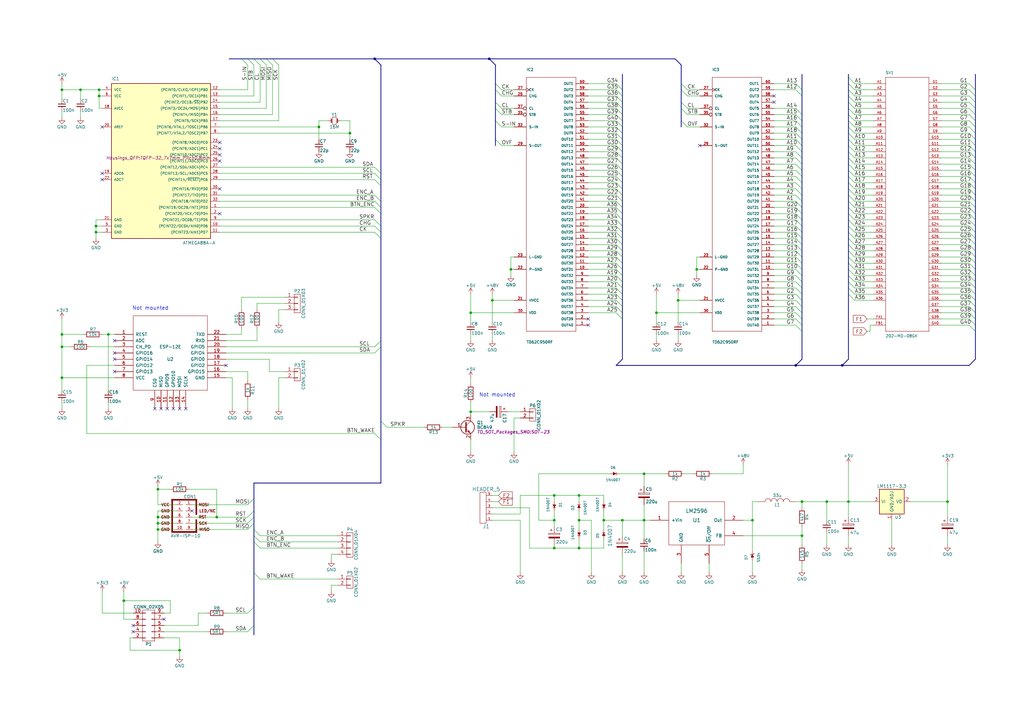
<source format=kicad_sch>
(kicad_sch (version 20250114) (generator "eeschema") (generator_version "9.0")
  (paper "A3")
  (title_block (title "Wi-Fi VFD display") (date "2016-07-16") (rev "1"))
  (text "Not mounted" (at 61.722 126.492 0) (effects (font (size 1.524 1.524))))
  (text "Not mounted\n" (at 203.962 162.052 0) (effects (font (size 1.524 1.524))))
  (junction (at 33.02 36.83))
  (junction (at 130.81 52.07))
  (junction (at 143.51 54.61))
  (junction (at 237.49 213.36))
  (junction (at 326.39 149.86))
  (junction (at 44.45 137.16))
  (junction (at 255.27 213.36))
  (junction (at 64.77 214.63))
  (junction (at 25.4 137.16))
  (junction (at 328.93 219.71))
  (junction (at 39.37 95.25))
  (junction (at 345.44 149.86))
  (junction (at 227.33 224.79))
  (junction (at 237.49 203.2))
  (junction (at 25.4 154.94))
  (junction (at 264.16 213.36))
  (junction (at 88.9 212.09))
  (junction (at 347.98 205.74))
  (junction (at 40.64 39.37))
  (junction (at 209.55 110.49))
  (junction (at 308.61 213.36))
  (junction (at 193.04 128.27))
  (junction (at 25.4 142.24))
  (junction (at 388.62 205.74))
  (junction (at 269.24 128.27))
  (junction (at 25.4 36.83))
  (junction (at 64.77 200.66))
  (junction (at 39.37 92.71))
  (junction (at 227.33 213.36))
  (junction (at 40.64 36.83))
  (junction (at 153.67 24.13))
  (junction (at 328.93 205.74))
  (junction (at 278.13 123.19))
  (junction (at 285.75 110.49))
  (junction (at 200.66 24.13))
  (junction (at 237.49 224.79))
  (junction (at 64.77 217.17))
  (junction (at 73.66 266.7))
  (junction (at 50.8 246.38))
  (junction (at 264.16 194.31))
  (junction (at 201.93 123.19))
  (junction (at 227.33 203.2))
  (junction (at 193.04 168.91))
  (junction (at 64.77 212.09))
  (junction (at 247.65 213.36))
  (junction (at 339.09 205.74))
  (no_connect (at 73.66 167.64))
  (no_connect (at 241.3 133.35))
  (no_connect (at 46.99 152.4))
  (no_connect (at 46.99 147.32))
  (no_connect (at 317.5 41.91))
  (no_connect (at 41.91 73.66))
  (no_connect (at 90.17 63.5))
  (no_connect (at 68.58 167.64))
  (no_connect (at 90.17 66.04))
  (no_connect (at 90.17 60.96))
  (no_connect (at 41.91 52.07))
  (no_connect (at 71.12 167.64))
  (no_connect (at 92.71 149.86))
  (no_connect (at 90.17 58.42))
  (no_connect (at 41.91 71.12))
  (no_connect (at 241.3 130.81))
  (no_connect (at 54.61 259.08))
  (no_connect (at 67.31 254))
  (no_connect (at 54.61 256.54))
  (no_connect (at 317.5 39.37))
  (no_connect (at 46.99 144.78))
  (no_connect (at 287.02 59.69))
  (no_connect (at 46.99 139.7))
  (no_connect (at 66.04 167.64))
  (no_connect (at 78.74 209.55))
  (no_connect (at 90.17 87.63))
  (no_connect (at 63.5 167.64))
  (no_connect (at 90.17 77.47))
  (no_connect (at 76.2 167.64))
  (bus_entry (at 347.98 105.41) (size 2.54 2.54))
  (bus_entry (at 252.73 34.29) (size 2.54 2.54))
  (bus_entry (at 279.4 34.29) (size 2.54 2.54))
  (bus_entry (at 326.39 125.73) (size 2.54 2.54))
  (bus_entry (at 347.98 54.61) (size 2.54 2.54))
  (bus_entry (at 397.51 107.95) (size 2.54 2.54))
  (bus_entry (at 347.98 62.23) (size 2.54 2.54))
  (bus_entry (at 153.67 92.71) (size 2.54 2.54))
  (bus_entry (at 347.98 120.65) (size 2.54 2.54))
  (bus_entry (at 397.51 62.23) (size 2.54 2.54))
  (bus_entry (at 326.39 82.55) (size 2.54 2.54))
  (bus_entry (at 252.73 95.25) (size 2.54 2.54))
  (bus_entry (at 279.4 41.91) (size 2.54 2.54))
  (bus_entry (at 203.2 36.83) (size 2.54 2.54))
  (bus_entry (at 101.6 259.08) (size 2.54 -2.54))
  (bus_entry (at 397.51 130.81) (size 2.54 2.54))
  (bus_entry (at 397.51 82.55) (size 2.54 2.54))
  (bus_entry (at 153.67 71.12) (size 2.54 2.54))
  (bus_entry (at 252.73 105.41) (size 2.54 2.54))
  (bus_entry (at 104.14 217.17) (size 2.54 2.54))
  (bus_entry (at 252.73 52.07) (size 2.54 2.54))
  (bus_entry (at 326.39 77.47) (size 2.54 2.54))
  (bus_entry (at 252.73 36.83) (size 2.54 2.54))
  (bus_entry (at 252.73 41.91) (size 2.54 2.54))
  (bus_entry (at 347.98 107.95) (size 2.54 2.54))
  (bus_entry (at 397.51 36.83) (size 2.54 2.54))
  (bus_entry (at 347.98 69.85) (size 2.54 2.54))
  (bus_entry (at 397.51 125.73) (size 2.54 2.54))
  (bus_entry (at 347.98 82.55) (size 2.54 2.54))
  (bus_entry (at 397.51 52.07) (size 2.54 2.54))
  (bus_entry (at 397.51 57.15) (size 2.54 2.54))
  (bus_entry (at 347.98 92.71) (size 2.54 2.54))
  (bus_entry (at 203.2 57.15) (size 2.54 2.54))
  (bus_entry (at 347.98 77.47) (size 2.54 2.54))
  (bus_entry (at 347.98 39.37) (size 2.54 2.54))
  (bus_entry (at 347.98 46.99) (size 2.54 2.54))
  (bus_entry (at 252.73 90.17) (size 2.54 2.54))
  (bus_entry (at 252.73 54.61) (size 2.54 2.54))
  (bus_entry (at 203.2 49.53) (size 2.54 2.54))
  (bus_entry (at 347.98 74.93) (size 2.54 2.54))
  (bus_entry (at 397.51 64.77) (size 2.54 2.54))
  (bus_entry (at 252.73 69.85) (size 2.54 2.54))
  (bus_entry (at 153.67 82.55) (size 2.54 2.54))
  (bus_entry (at 252.73 62.23) (size 2.54 2.54))
  (bus_entry (at 347.98 34.29) (size 2.54 2.54))
  (bus_entry (at 397.51 123.19) (size 2.54 2.54))
  (bus_entry (at 397.51 100.33) (size 2.54 2.54))
  (bus_entry (at 252.73 67.31) (size 2.54 2.54))
  (bus_entry (at 153.67 177.8) (size 2.54 2.54))
  (bus_entry (at 326.39 113.03) (size 2.54 2.54))
  (bus_entry (at 153.67 142.24) (size 2.54 -2.54))
  (bus_entry (at 326.39 36.83) (size 2.54 2.54))
  (bus_entry (at 347.98 44.45) (size 2.54 2.54))
  (bus_entry (at 252.73 92.71) (size 2.54 2.54))
  (bus_entry (at 326.39 72.39) (size 2.54 2.54))
  (bus_entry (at 326.39 57.15) (size 2.54 2.54))
  (bus_entry (at 347.98 52.07) (size 2.54 2.54))
  (bus_entry (at 252.73 115.57) (size 2.54 2.54))
  (bus_entry (at 252.73 77.47) (size 2.54 2.54))
  (bus_entry (at 347.98 41.91) (size 2.54 2.54))
  (bus_entry (at 106.68 24.13) (size 2.54 2.54))
  (bus_entry (at 397.51 95.25) (size 2.54 2.54))
  (bus_entry (at 203.2 41.91) (size 2.54 2.54))
  (bus_entry (at 326.39 120.65) (size 2.54 2.54))
  (bus_entry (at 326.39 62.23) (size 2.54 2.54))
  (bus_entry (at 347.98 64.77) (size 2.54 2.54))
  (bus_entry (at 397.51 41.91) (size 2.54 2.54))
  (bus_entry (at 153.67 68.58) (size 2.54 2.54))
  (bus_entry (at 397.51 72.39) (size 2.54 2.54))
  (bus_entry (at 326.39 97.79) (size 2.54 2.54))
  (bus_entry (at 252.73 82.55) (size 2.54 2.54))
  (bus_entry (at 153.67 85.09) (size 2.54 2.54))
  (bus_entry (at 104.14 222.25) (size 2.54 2.54))
  (bus_entry (at 347.98 115.57) (size 2.54 2.54))
  (bus_entry (at 397.51 74.93) (size 2.54 2.54))
  (bus_entry (at 347.98 57.15) (size 2.54 2.54))
  (bus_entry (at 397.51 67.31) (size 2.54 2.54))
  (bus_entry (at 252.73 74.93) (size 2.54 2.54))
  (bus_entry (at 252.73 87.63) (size 2.54 2.54))
  (bus_entry (at 347.98 87.63) (size 2.54 2.54))
  (bus_entry (at 104.14 234.95) (size 2.54 2.54))
  (bus_entry (at 397.51 34.29) (size 2.54 2.54))
  (bus_entry (at 326.39 130.81) (size 2.54 2.54))
  (bus_entry (at 347.98 118.11) (size 2.54 2.54))
  (bus_entry (at 397.51 54.61) (size 2.54 2.54))
  (bus_entry (at 326.39 64.77) (size 2.54 2.54))
  (bus_entry (at 326.39 59.69) (size 2.54 2.54))
  (bus_entry (at 252.73 59.69) (size 2.54 2.54))
  (bus_entry (at 252.73 107.95) (size 2.54 2.54))
  (bus_entry (at 252.73 49.53) (size 2.54 2.54))
  (bus_entry (at 326.39 49.53) (size 2.54 2.54))
  (bus_entry (at 326.39 54.61) (size 2.54 2.54))
  (bus_entry (at 326.39 107.95) (size 2.54 2.54))
  (bus_entry (at 397.51 133.35) (size 2.54 2.54))
  (bus_entry (at 397.51 97.79) (size 2.54 2.54))
  (bus_entry (at 109.22 24.13) (size 2.54 2.54))
  (bus_entry (at 326.39 44.45) (size 2.54 2.54))
  (bus_entry (at 397.51 46.99) (size 2.54 2.54))
  (bus_entry (at 326.39 92.71) (size 2.54 2.54))
  (bus_entry (at 326.39 85.09) (size 2.54 2.54))
  (bus_entry (at 326.39 87.63) (size 2.54 2.54))
  (bus_entry (at 347.98 95.25) (size 2.54 2.54))
  (bus_entry (at 101.6 212.09) (size 2.54 -2.54))
  (bus_entry (at 101.6 214.63) (size 2.54 -2.54))
  (bus_entry (at 203.2 34.29) (size 2.54 2.54))
  (bus_entry (at 101.6 217.17) (size 2.54 -2.54))
  (bus_entry (at 347.98 113.03) (size 2.54 2.54))
  (bus_entry (at 326.39 102.87) (size 2.54 2.54))
  (bus_entry (at 101.6 207.01) (size 2.54 -2.54))
  (bus_entry (at 101.6 24.13) (size 2.54 2.54))
  (bus_entry (at 326.39 128.27) (size 2.54 2.54))
  (bus_entry (at 397.51 102.87) (size 2.54 2.54))
  (bus_entry (at 347.98 67.31) (size 2.54 2.54))
  (bus_entry (at 326.39 115.57) (size 2.54 2.54))
  (bus_entry (at 252.73 72.39) (size 2.54 2.54))
  (bus_entry (at 252.73 118.11) (size 2.54 2.54))
  (bus_entry (at 397.51 77.47) (size 2.54 2.54))
  (bus_entry (at 397.51 92.71) (size 2.54 2.54))
  (bus_entry (at 397.51 113.03) (size 2.54 2.54))
  (bus_entry (at 252.73 44.45) (size 2.54 2.54))
  (bus_entry (at 99.06 24.13) (size 2.54 2.54))
  (bus_entry (at 397.51 69.85) (size 2.54 2.54))
  (bus_entry (at 252.73 120.65) (size 2.54 2.54))
  (bus_entry (at 326.39 105.41) (size 2.54 2.54))
  (bus_entry (at 252.73 64.77) (size 2.54 2.54))
  (bus_entry (at 347.98 97.79) (size 2.54 2.54))
  (bus_entry (at 397.51 105.41) (size 2.54 2.54))
  (bus_entry (at 397.51 39.37) (size 2.54 2.54))
  (bus_entry (at 397.51 128.27) (size 2.54 2.54))
  (bus_entry (at 252.73 46.99) (size 2.54 2.54))
  (bus_entry (at 326.39 34.29) (size 2.54 2.54))
  (bus_entry (at 279.4 36.83) (size 2.54 2.54))
  (bus_entry (at 252.73 110.49) (size 2.54 2.54))
  (bus_entry (at 347.98 59.69) (size 2.54 2.54))
  (bus_entry (at 153.67 90.17) (size 2.54 2.54))
  (bus_entry (at 326.39 69.85) (size 2.54 2.54))
  (bus_entry (at 347.98 72.39) (size 2.54 2.54))
  (bus_entry (at 326.39 110.49) (size 2.54 2.54))
  (bus_entry (at 347.98 110.49) (size 2.54 2.54))
  (bus_entry (at 153.67 95.25) (size 2.54 2.54))
  (bus_entry (at 397.51 90.17) (size 2.54 2.54))
  (bus_entry (at 326.39 90.17) (size 2.54 2.54))
  (bus_entry (at 111.76 24.13) (size 2.54 2.54))
  (bus_entry (at 347.98 49.53) (size 2.54 2.54))
  (bus_entry (at 347.98 36.83) (size 2.54 2.54))
  (bus_entry (at 326.39 67.31) (size 2.54 2.54))
  (bus_entry (at 252.73 57.15) (size 2.54 2.54))
  (bus_entry (at 347.98 100.33) (size 2.54 2.54))
  (bus_entry (at 252.73 85.09) (size 2.54 2.54))
  (bus_entry (at 153.67 73.66) (size 2.54 2.54))
  (bus_entry (at 203.2 44.45) (size 2.54 2.54))
  (bus_entry (at 252.73 125.73) (size 2.54 2.54))
  (bus_entry (at 397.51 80.01) (size 2.54 2.54))
  (bus_entry (at 326.39 95.25) (size 2.54 2.54))
  (bus_entry (at 397.51 44.45) (size 2.54 2.54))
  (bus_entry (at 397.51 59.69) (size 2.54 2.54))
  (bus_entry (at 252.73 113.03) (size 2.54 2.54))
  (bus_entry (at 252.73 97.79) (size 2.54 2.54))
  (bus_entry (at 397.51 85.09) (size 2.54 2.54))
  (bus_entry (at 326.39 118.11) (size 2.54 2.54))
  (bus_entry (at 326.39 123.19) (size 2.54 2.54))
  (bus_entry (at 153.67 80.01) (size 2.54 2.54))
  (bus_entry (at 279.4 44.45) (size 2.54 2.54))
  (bus_entry (at 347.98 80.01) (size 2.54 2.54))
  (bus_entry (at 326.39 100.33) (size 2.54 2.54))
  (bus_entry (at 326.39 133.35) (size 2.54 2.54))
  (bus_entry (at 252.73 128.27) (size 2.54 2.54))
  (bus_entry (at 397.51 118.11) (size 2.54 2.54))
  (bus_entry (at 326.39 46.99) (size 2.54 2.54))
  (bus_entry (at 252.73 100.33) (size 2.54 2.54))
  (bus_entry (at 397.51 120.65) (size 2.54 2.54))
  (bus_entry (at 156.21 172.72) (size 2.54 2.54))
  (bus_entry (at 252.73 80.01) (size 2.54 2.54))
  (bus_entry (at 397.51 87.63) (size 2.54 2.54))
  (bus_entry (at 326.39 52.07) (size 2.54 2.54))
  (bus_entry (at 153.67 144.78) (size 2.54 -2.54))
  (bus_entry (at 347.98 102.87) (size 2.54 2.54))
  (bus_entry (at 252.73 102.87) (size 2.54 2.54))
  (bus_entry (at 397.51 49.53) (size 2.54 2.54))
  (bus_entry (at 397.51 115.57) (size 2.54 2.54))
  (bus_entry (at 104.14 219.71) (size 2.54 2.54))
  (bus_entry (at 252.73 123.19) (size 2.54 2.54))
  (bus_entry (at 347.98 85.09) (size 2.54 2.54))
  (bus_entry (at 326.39 74.93) (size 2.54 2.54))
  (bus_entry (at 397.51 110.49) (size 2.54 2.54))
  (bus_entry (at 347.98 90.17) (size 2.54 2.54))
  (bus_entry (at 326.39 80.01) (size 2.54 2.54))
  (bus_entry (at 347.98 31.75) (size 2.54 2.54))
  (bus_entry (at 101.6 251.46) (size 2.54 -2.54))
  (bus_entry (at 279.4 49.53) (size 2.54 2.54))
  (bus_entry (at 104.14 24.13) (size 2.54 2.54))
  (bus_entry (at 252.73 39.37) (size 2.54 2.54))
  (wire (pts (xy 358.14 39.37) (xy 350.52 39.37)))
  (wire (pts (xy 328.93 208.28) (xy 328.93 205.74)))
  (wire (pts (xy 347.98 219.71) (xy 347.98 223.52)))
  (bus (pts (xy 255.27 110.49) (xy 255.27 113.03)))
  (wire (pts (xy 210.82 39.37) (xy 205.74 39.37)))
  (wire (pts (xy 114.3 132.08) (xy 114.3 127)))
  (bus (pts (xy 400.05 69.85) (xy 400.05 72.39)))
  (wire (pts (xy 386.08 90.17) (xy 397.51 90.17)))
  (bus (pts (xy 400.05 133.35) (xy 400.05 135.89)))
  (wire (pts (xy 241.3 67.31) (xy 252.73 67.31)))
  (wire (pts (xy 358.14 44.45) (xy 350.52 44.45)))
  (bus (pts (xy 104.14 212.09) (xy 104.14 214.63)))
  (bus (pts (xy 328.93 62.23) (xy 328.93 64.77)))
  (bus (pts (xy 328.93 80.01) (xy 328.93 82.55)))
  (wire (pts (xy 317.5 118.11) (xy 326.39 118.11)))
  (bus (pts (xy 104.14 24.13) (xy 106.68 24.13)))
  (wire (pts (xy 81.28 256.54) (xy 81.28 251.46)))
  (wire (pts (xy 204.47 205.74) (xy 201.93 205.74)))
  (wire (pts (xy 25.4 36.83) (xy 33.02 36.83)))
  (bus (pts (xy 400.05 123.19) (xy 400.05 125.73)))
  (wire (pts (xy 287.02 110.49) (xy 285.75 110.49)))
  (bus (pts (xy 328.93 82.55) (xy 328.93 85.09)))
  (wire (pts (xy 252.73 107.95) (xy 241.3 107.95)))
  (bus (pts (xy 400.05 80.01) (xy 400.05 82.55)))
  (wire (pts (xy 252.73 39.37) (xy 241.3 39.37)))
  (wire (pts (xy 241.3 115.57) (xy 252.73 115.57)))
  (bus (pts (xy 255.27 102.87) (xy 255.27 105.41)))
  (wire (pts (xy 278.13 120.65) (xy 278.13 123.19)))
  (bus (pts (xy 347.98 31.75) (xy 347.98 34.29)))
  (wire (pts (xy 350.52 105.41) (xy 358.14 105.41)))
  (wire (pts (xy 241.3 95.25) (xy 252.73 95.25)))
  (wire (pts (xy 326.39 90.17) (xy 317.5 90.17)))
  (wire (pts (xy 205.74 52.07) (xy 210.82 52.07)))
  (bus (pts (xy 156.21 180.34) (xy 156.21 198.12)))
  (wire (pts (xy 350.52 120.65) (xy 358.14 120.65)))
  (bus (pts (xy 255.27 107.95) (xy 255.27 110.49)))
  (wire (pts (xy 397.51 49.53) (xy 386.08 49.53)))
  (bus (pts (xy 200.66 24.13) (xy 203.2 26.67)))
  (wire (pts (xy 25.4 48.26) (xy 25.4 45.72)))
  (bus (pts (xy 279.4 41.91) (xy 279.4 44.45)))
  (bus (pts (xy 347.98 41.91) (xy 347.98 44.45)))
  (bus (pts (xy 255.27 105.41) (xy 255.27 107.95)))
  (wire (pts (xy 210.82 110.49) (xy 209.55 110.49)))
  (wire (pts (xy 358.14 123.19) (xy 350.52 123.19)))
  (bus (pts (xy 101.6 24.13) (xy 104.14 24.13)))
  (wire (pts (xy 92.71 139.7) (xy 105.41 139.7)))
  (wire (pts (xy 111.76 46.99) (xy 111.76 26.67)))
  (bus (pts (xy 328.93 46.99) (xy 328.93 49.53)))
  (bus (pts (xy 400.05 105.41) (xy 400.05 107.95)))
  (wire (pts (xy 213.36 171.45) (xy 210.82 171.45)))
  (wire (pts (xy 40.64 36.83) (xy 41.91 36.83)))
  (bus (pts (xy 111.76 24.13) (xy 153.67 24.13)))
  (wire (pts (xy 209.55 110.49) (xy 209.55 113.03)))
  (wire (pts (xy 209.55 105.41) (xy 209.55 110.49)))
  (bus (pts (xy 156.21 73.66) (xy 156.21 76.2)))
  (bus (pts (xy 400.05 107.95) (xy 400.05 110.49)))
  (wire (pts (xy 54.61 261.62) (xy 53.34 261.62)))
  (bus (pts (xy 400.05 44.45) (xy 400.05 46.99)))
  (wire (pts (xy 69.85 200.66) (xy 64.77 200.66)))
  (wire (pts (xy 77.47 200.66) (xy 88.9 200.66)))
  (wire (pts (xy 241.3 85.09) (xy 252.73 85.09)))
  (wire (pts (xy 386.08 67.31) (xy 397.51 67.31)))
  (bus (pts (xy 328.93 54.61) (xy 328.93 57.15)))
  (wire (pts (xy 200.66 168.91) (xy 193.04 168.91)))
  (wire (pts (xy 358.14 34.29) (xy 350.52 34.29)))
  (wire (pts (xy 114.3 127) (xy 116.84 127)))
  (bus (pts (xy 328.93 95.25) (xy 328.93 97.79)))
  (wire (pts (xy 255.27 234.95) (xy 255.27 227.33)))
  (wire (pts (xy 328.93 233.68) (xy 328.93 231.14)))
  (wire (pts (xy 317.5 128.27) (xy 326.39 128.27)))
  (bus (pts (xy 347.98 64.77) (xy 347.98 67.31)))
  (bus (pts (xy 400.05 102.87) (xy 400.05 105.41)))
  (wire (pts (xy 135.89 227.33) (xy 135.89 229.87)))
  (bus (pts (xy 255.27 128.27) (xy 255.27 130.81)))
  (wire (pts (xy 153.67 95.25) (xy 90.17 95.25)))
  (bus (pts (xy 104.14 204.47) (xy 104.14 209.55)))
  (wire (pts (xy 153.67 80.01) (xy 90.17 80.01)))
  (wire (pts (xy 210.82 123.19) (xy 201.93 123.19)))
  (wire (pts (xy 386.08 80.01) (xy 397.51 80.01)))
  (wire (pts (xy 220.98 194.31) (xy 220.98 213.36)))
  (bus (pts (xy 400.05 62.23) (xy 400.05 64.77)))
  (wire (pts (xy 78.74 207.01) (xy 101.6 207.01)))
  (bus (pts (xy 328.93 39.37) (xy 328.93 46.99)))
  (bus (pts (xy 279.4 36.83) (xy 279.4 41.91)))
  (wire (pts (xy 50.8 246.38) (xy 50.8 254)))
  (bus (pts (xy 347.98 59.69) (xy 347.98 62.23)))
  (bus (pts (xy 328.93 69.85) (xy 328.93 72.39)))
  (bus (pts (xy 347.98 120.65) (xy 347.98 147.32)))
  (bus (pts (xy 252.73 149.86) (xy 255.27 147.32)))
  (wire (pts (xy 350.52 59.69) (xy 358.14 59.69)))
  (bus (pts (xy 347.98 62.23) (xy 347.98 64.77)))
  (bus (pts (xy 400.05 39.37) (xy 400.05 41.91)))
  (bus (pts (xy 255.27 64.77) (xy 255.27 67.31)))
  (wire (pts (xy 143.51 49.53) (xy 143.51 54.61)))
  (wire (pts (xy 358.14 67.31) (xy 350.52 67.31)))
  (wire (pts (xy 241.3 52.07) (xy 252.73 52.07)))
  (wire (pts (xy 326.39 105.41) (xy 317.5 105.41)))
  (wire (pts (xy 116.84 154.94) (xy 114.3 154.94)))
  (wire (pts (xy 397.51 72.39) (xy 386.08 72.39)))
  (wire (pts (xy 116.84 121.92) (xy 99.06 121.92)))
  (wire (pts (xy 101.6 251.46) (xy 92.71 251.46)))
  (bus (pts (xy 328.93 113.03) (xy 328.93 115.57)))
  (wire (pts (xy 41.91 251.46) (xy 41.91 242.57)))
  (wire (pts (xy 173.99 175.26) (xy 158.75 175.26)))
  (wire (pts (xy 358.14 87.63) (xy 350.52 87.63)))
  (bus (pts (xy 400.05 54.61) (xy 400.05 57.15)))
  (wire (pts (xy 153.67 142.24) (xy 92.71 142.24)))
  (bus (pts (xy 153.67 24.13) (xy 156.21 26.67)))
  (wire (pts (xy 114.3 49.53) (xy 114.3 26.67)))
  (wire (pts (xy 67.31 256.54) (xy 81.28 256.54)))
  (wire (pts (xy 250.19 194.31) (xy 220.98 194.31)))
  (bus (pts (xy 347.98 44.45) (xy 347.98 46.99)))
  (bus (pts (xy 347.98 92.71) (xy 347.98 95.25)))
  (wire (pts (xy 99.06 121.92) (xy 99.06 127)))
  (bus (pts (xy 400.05 125.73) (xy 400.05 128.27)))
  (wire (pts (xy 50.8 242.57) (xy 50.8 246.38)))
  (bus (pts (xy 328.93 105.41) (xy 328.93 107.95)))
  (wire (pts (xy 350.52 54.61) (xy 358.14 54.61)))
  (bus (pts (xy 203.2 36.83) (xy 203.2 41.91)))
  (bus (pts (xy 255.27 85.09) (xy 255.27 87.63)))
  (bus (pts (xy 106.68 24.13) (xy 109.22 24.13)))
  (wire (pts (xy 358.14 72.39) (xy 350.52 72.39)))
  (bus (pts (xy 400.05 36.83) (xy 400.05 39.37)))
  (bus (pts (xy 328.93 59.69) (xy 328.93 62.23)))
  (wire (pts (xy 72.39 209.55) (xy 64.77 209.55)))
  (bus (pts (xy 400.05 30.48) (xy 400.05 36.83)))
  (wire (pts (xy 78.74 214.63) (xy 101.6 214.63)))
  (wire (pts (xy 278.13 123.19) (xy 278.13 132.08)))
  (wire (pts (xy 241.3 105.41) (xy 252.73 105.41)))
  (wire (pts (xy 397.51 87.63) (xy 386.08 87.63)))
  (wire (pts (xy 386.08 110.49) (xy 397.51 110.49)))
  (wire (pts (xy 193.04 168.91) (xy 193.04 170.18)))
  (bus (pts (xy 400.05 120.65) (xy 400.05 123.19)))
  (wire (pts (xy 254 194.31) (xy 264.16 194.31)))
  (bus (pts (xy 328.93 100.33) (xy 328.93 102.87)))
  (bus (pts (xy 345.44 149.86) (xy 347.98 147.32)))
  (bus (pts (xy 328.93 52.07) (xy 328.93 54.61)))
  (bus (pts (xy 347.98 46.99) (xy 347.98 49.53)))
  (bus (pts (xy 347.98 77.47) (xy 347.98 80.01)))
  (wire (pts (xy 237.49 203.2) (xy 237.49 205.74)))
  (wire (pts (xy 350.52 62.23) (xy 358.14 62.23)))
  (wire (pts (xy 33.02 48.26) (xy 33.02 45.72)))
  (bus (pts (xy 104.14 214.63) (xy 104.14 217.17)))
  (wire (pts (xy 247.65 224.79) (xy 247.65 220.98)))
  (bus (pts (xy 347.98 52.07) (xy 347.98 54.61)))
  (bus (pts (xy 400.05 67.31) (xy 400.05 69.85)))
  (wire (pts (xy 33.02 40.64) (xy 33.02 36.83)))
  (wire (pts (xy 317.5 130.81) (xy 326.39 130.81)))
  (bus (pts (xy 104.14 209.55) (xy 104.14 212.09)))
  (bus (pts (xy 255.27 120.65) (xy 255.27 123.19)))
  (bus (pts (xy 400.05 72.39) (xy 400.05 74.93)))
  (bus (pts (xy 104.14 234.95) (xy 104.14 248.92)))
  (bus (pts (xy 255.27 74.93) (xy 255.27 77.47)))
  (wire (pts (xy 241.3 100.33) (xy 252.73 100.33)))
  (wire (pts (xy 252.73 118.11) (xy 241.3 118.11)))
  (wire (pts (xy 193.04 165.1) (xy 193.04 168.91)))
  (bus (pts (xy 347.98 87.63) (xy 347.98 90.17)))
  (wire (pts (xy 308.61 205.74) (xy 308.61 213.36)))
  (bus (pts (xy 345.44 149.86) (xy 397.51 149.86)))
  (wire (pts (xy 350.52 100.33) (xy 358.14 100.33)))
  (wire (pts (xy 252.73 125.73) (xy 241.3 125.73)))
  (wire (pts (xy 92.71 259.08) (xy 101.6 259.08)))
  (bus (pts (xy 328.93 49.53) (xy 328.93 52.07)))
  (wire (pts (xy 201.93 123.19) (xy 201.93 132.08)))
  (wire (pts (xy 358.14 97.79) (xy 350.52 97.79)))
  (wire (pts (xy 193.04 128.27) (xy 210.82 128.27)))
  (wire (pts (xy 64.77 212.09) (xy 64.77 214.63)))
  (wire (pts (xy 350.52 90.17) (xy 358.14 90.17)))
  (wire (pts (xy 281.94 44.45) (xy 287.02 44.45)))
  (wire (pts (xy 130.81 52.07) (xy 130.81 57.15)))
  (wire (pts (xy 386.08 125.73) (xy 397.51 125.73)))
  (bus (pts (xy 279.4 49.53) (xy 279.4 52.07)))
  (wire (pts (xy 72.39 217.17) (xy 64.77 217.17)))
  (wire (pts (xy 386.08 44.45) (xy 397.51 44.45)))
  (bus (pts (xy 255.27 44.45) (xy 255.27 46.99)))
  (wire (pts (xy 285.75 105.41) (xy 285.75 110.49)))
  (wire (pts (xy 269.24 139.7) (xy 269.24 137.16)))
  (bus (pts (xy 400.05 128.27) (xy 400.05 130.81)))
  (wire (pts (xy 281.94 36.83) (xy 287.02 36.83)))
  (wire (pts (xy 81.28 251.46) (xy 85.09 251.46)))
  (wire (pts (xy 237.49 203.2) (xy 247.65 203.2)))
  (bus (pts (xy 328.93 115.57) (xy 328.93 118.11)))
  (wire (pts (xy 92.71 144.78) (xy 153.67 144.78)))
  (wire (pts (xy 138.43 240.03) (xy 135.89 240.03)))
  (wire (pts (xy 252.73 36.83) (xy 241.3 36.83)))
  (bus (pts (xy 109.22 24.13) (xy 111.76 24.13)))
  (bus (pts (xy 328.93 97.79) (xy 328.93 100.33)))
  (wire (pts (xy 114.3 154.94) (xy 114.3 167.64)))
  (bus (pts (xy 347.98 80.01) (xy 347.98 82.55)))
  (bus (pts (xy 203.2 26.67) (xy 203.2 34.29)))
  (wire (pts (xy 281.94 39.37) (xy 287.02 39.37)))
  (wire (pts (xy 92.71 152.4) (xy 101.6 152.4)))
  (wire (pts (xy 279.4 231.14) (xy 279.4 234.95)))
  (wire (pts (xy 356.87 135.89) (xy 355.6 135.89)))
  (wire (pts (xy 90.17 46.99) (xy 111.76 46.99)))
  (bus (pts (xy 276.86 24.13) (xy 279.4 26.67)))
  (wire (pts (xy 317.5 107.95) (xy 326.39 107.95)))
  (wire (pts (xy 326.39 115.57) (xy 317.5 115.57)))
  (bus (pts (xy 156.21 97.79) (xy 156.21 139.7)))
  (wire (pts (xy 201.93 208.28) (xy 217.17 208.28)))
  (wire (pts (xy 285.75 105.41) (xy 287.02 105.41)))
  (bus (pts (xy 255.27 92.71) (xy 255.27 95.25)))
  (wire (pts (xy 317.5 59.69) (xy 326.39 59.69)))
  (wire (pts (xy 358.14 102.87) (xy 350.52 102.87)))
  (bus (pts (xy 400.05 52.07) (xy 400.05 54.61)))
  (wire (pts (xy 72.39 212.09) (xy 64.77 212.09)))
  (wire (pts (xy 317.5 82.55) (xy 326.39 82.55)))
  (bus (pts (xy 347.98 72.39) (xy 347.98 74.93)))
  (bus (pts (xy 255.27 57.15) (xy 255.27 59.69)))
  (wire (pts (xy 53.34 261.62) (xy 53.34 266.7)))
  (wire (pts (xy 39.37 90.17) (xy 41.91 90.17)))
  (bus (pts (xy 400.05 130.81) (xy 400.05 133.35)))
  (bus (pts (xy 400.05 49.53) (xy 400.05 52.07)))
  (bus (pts (xy 328.93 123.19) (xy 328.93 125.73)))
  (bus (pts (xy 347.98 113.03) (xy 347.98 115.57)))
  (wire (pts (xy 356.87 133.35) (xy 356.87 135.89)))
  (bus (pts (xy 328.93 92.71) (xy 328.93 95.25)))
  (bus (pts (xy 203.2 44.45) (xy 203.2 49.53)))
  (wire (pts (xy 237.49 209.55) (xy 237.49 213.36)))
  (wire (pts (xy 308.61 205.74) (xy 311.15 205.74)))
  (wire (pts (xy 153.67 90.17) (xy 90.17 90.17)))
  (bus (pts (xy 200.66 24.13) (xy 276.86 24.13)))
  (wire (pts (xy 50.8 254) (xy 54.61 254)))
  (bus (pts (xy 328.93 57.15) (xy 328.93 59.69)))
  (bus (pts (xy 400.05 118.11) (xy 400.05 120.65)))
  (wire (pts (xy 252.73 102.87) (xy 241.3 102.87)))
  (bus (pts (xy 347.98 102.87) (xy 347.98 105.41)))
  (bus (pts (xy 328.93 107.95) (xy 328.93 110.49)))
  (wire (pts (xy 350.52 57.15) (xy 358.14 57.15)))
  (wire (pts (xy 292.1 194.31) (xy 304.8 194.31)))
  (wire (pts (xy 130.81 52.07) (xy 90.17 52.07)))
  (wire (pts (xy 255.27 213.36) (xy 264.16 213.36)))
  (wire (pts (xy 386.08 100.33) (xy 397.51 100.33)))
  (wire (pts (xy 143.51 49.53) (xy 139.7 49.53)))
  (wire (pts (xy 40.64 39.37) (xy 40.64 44.45)))
  (bus (pts (xy 328.93 85.09) (xy 328.93 87.63)))
  (wire (pts (xy 241.3 123.19) (xy 252.73 123.19)))
  (bus (pts (xy 255.27 30.48) (xy 255.27 36.83)))
  (wire (pts (xy 46.99 142.24) (xy 36.83 142.24)))
  (wire (pts (xy 25.4 154.94) (xy 25.4 160.02)))
  (wire (pts (xy 317.5 77.47) (xy 326.39 77.47)))
  (bus (pts (xy 104.14 256.54) (xy 104.14 260.35)))
  (wire (pts (xy 386.08 95.25) (xy 397.51 95.25)))
  (wire (pts (xy 386.08 115.57) (xy 397.51 115.57)))
  (wire (pts (xy 269.24 128.27) (xy 287.02 128.27)))
  (wire (pts (xy 317.5 54.61) (xy 326.39 54.61)))
  (wire (pts (xy 264.16 234.95) (xy 264.16 226.06)))
  (wire (pts (xy 281.94 46.99) (xy 287.02 46.99)))
  (wire (pts (xy 326.39 69.85) (xy 317.5 69.85)))
  (bus (pts (xy 328.93 130.81) (xy 328.93 133.35)))
  (bus (pts (xy 255.27 69.85) (xy 255.27 72.39)))
  (wire (pts (xy 101.6 152.4) (xy 101.6 156.21)))
  (wire (pts (xy 358.14 92.71) (xy 350.52 92.71)))
  (wire (pts (xy 138.43 224.79) (xy 106.68 224.79)))
  (wire (pts (xy 25.4 167.64) (xy 25.4 165.1)))
  (bus (pts (xy 347.98 30.48) (xy 347.98 31.75)))
  (wire (pts (xy 109.22 44.45) (xy 90.17 44.45)))
  (bus (pts (xy 328.93 135.89) (xy 328.93 147.32)))
  (wire (pts (xy 347.98 205.74) (xy 347.98 212.09)))
  (wire (pts (xy 90.17 73.66) (xy 153.67 73.66)))
  (wire (pts (xy 326.39 80.01) (xy 317.5 80.01)))
  (bus (pts (xy 255.27 115.57) (xy 255.27 118.11)))
  (bus (pts (xy 328.93 133.35) (xy 328.93 135.89)))
  (wire (pts (xy 317.5 36.83) (xy 326.39 36.83)))
  (bus (pts (xy 156.21 139.7) (xy 156.21 142.24)))
  (wire (pts (xy 317.5 113.03) (xy 326.39 113.03)))
  (wire (pts (xy 130.81 49.53) (xy 130.81 52.07)))
  (wire (pts (xy 350.52 85.09) (xy 358.14 85.09)))
  (bus (pts (xy 400.05 110.49) (xy 400.05 113.03)))
  (wire (pts (xy 252.73 113.03) (xy 241.3 113.03)))
  (bus (pts (xy 156.21 71.12) (xy 156.21 73.66)))
  (bus (pts (xy 156.21 76.2) (xy 156.21 82.55)))
  (wire (pts (xy 308.61 213.36) (xy 308.61 226.06)))
  (bus (pts (xy 255.27 130.81) (xy 255.27 147.32)))
  (wire (pts (xy 44.45 137.16) (xy 46.99 137.16)))
  (bus (pts (xy 400.05 85.09) (xy 400.05 87.63)))
  (bus (pts (xy 328.93 90.17) (xy 328.93 92.71)))
  (wire (pts (xy 252.73 54.61) (xy 241.3 54.61)))
  (wire (pts (xy 350.52 52.07) (xy 358.14 52.07)))
  (wire (pts (xy 278.13 139.7) (xy 278.13 137.16)))
  (wire (pts (xy 388.62 205.74) (xy 388.62 212.09)))
  (wire (pts (xy 397.51 54.61) (xy 386.08 54.61)))
  (wire (pts (xy 317.5 123.19) (xy 326.39 123.19)))
  (wire (pts (xy 193.04 185.42) (xy 193.04 180.34)))
  (wire (pts (xy 397.51 97.79) (xy 386.08 97.79)))
  (wire (pts (xy 281.94 52.07) (xy 287.02 52.07)))
  (wire (pts (xy 350.52 69.85) (xy 358.14 69.85)))
  (wire (pts (xy 25.4 36.83) (xy 25.4 40.64)))
  (wire (pts (xy 34.29 137.16) (xy 25.4 137.16)))
  (bus (pts (xy 328.93 77.47) (xy 328.93 80.01)))
  (wire (pts (xy 241.3 90.17) (xy 252.73 90.17)))
  (wire (pts (xy 264.16 207.01) (xy 264.16 213.36)))
  (wire (pts (xy 227.33 224.79) (xy 237.49 224.79)))
  (wire (pts (xy 25.4 34.29) (xy 25.4 36.83)))
  (bus (pts (xy 255.27 62.23) (xy 255.27 64.77)))
  (bus (pts (xy 328.93 128.27) (xy 328.93 130.81)))
  (wire (pts (xy 143.51 54.61) (xy 143.51 57.15)))
  (wire (pts (xy 53.34 266.7) (xy 73.66 266.7)))
  (wire (pts (xy 25.4 137.16) (xy 25.4 142.24)))
  (wire (pts (xy 386.08 85.09) (xy 397.51 85.09)))
  (bus (pts (xy 328.93 110.49) (xy 328.93 113.03)))
  (wire (pts (xy 64.77 217.17) (xy 64.77 222.25)))
  (wire (pts (xy 247.65 209.55) (xy 247.65 213.36)))
  (wire (pts (xy 193.04 139.7) (xy 193.04 137.16)))
  (wire (pts (xy 237.49 224.79) (xy 247.65 224.79)))
  (bus (pts (xy 255.27 36.83) (xy 255.27 39.37)))
  (bus (pts (xy 347.98 90.17) (xy 347.98 92.71)))
  (wire (pts (xy 138.43 227.33) (xy 135.89 227.33)))
  (bus (pts (xy 347.98 118.11) (xy 347.98 120.65)))
  (bus (pts (xy 400.05 135.89) (xy 400.05 147.32)))
  (wire (pts (xy 350.52 80.01) (xy 358.14 80.01)))
  (wire (pts (xy 213.36 168.91) (xy 208.28 168.91)))
  (wire (pts (xy 105.41 139.7) (xy 105.41 134.62)))
  (wire (pts (xy 247.65 213.36) (xy 247.65 217.17)))
  (wire (pts (xy 317.5 92.71) (xy 326.39 92.71)))
  (bus (pts (xy 347.98 67.31) (xy 347.98 69.85)))
  (wire (pts (xy 328.93 215.9) (xy 328.93 219.71)))
  (wire (pts (xy 397.51 118.11) (xy 386.08 118.11)))
  (wire (pts (xy 373.38 205.74) (xy 388.62 205.74)))
  (wire (pts (xy 326.39 62.23) (xy 317.5 62.23)))
  (wire (pts (xy 73.66 266.7) (xy 73.66 269.24)))
  (wire (pts (xy 397.51 133.35) (xy 386.08 133.35)))
  (wire (pts (xy 241.3 72.39) (xy 252.73 72.39)))
  (wire (pts (xy 350.52 64.77) (xy 358.14 64.77)))
  (wire (pts (xy 252.73 97.79) (xy 241.3 97.79)))
  (wire (pts (xy 358.14 130.81) (xy 355.6 130.81)))
  (bus (pts (xy 400.05 57.15) (xy 400.05 59.69)))
  (wire (pts (xy 25.4 130.81) (xy 25.4 137.16)))
  (bus (pts (xy 255.27 41.91) (xy 255.27 44.45)))
  (bus (pts (xy 104.14 198.12) (xy 104.14 204.47)))
  (wire (pts (xy 116.84 152.4) (xy 110.49 152.4)))
  (wire (pts (xy 264.16 213.36) (xy 264.16 220.98)))
  (wire (pts (xy 241.3 82.55) (xy 252.73 82.55)))
  (wire (pts (xy 241.3 34.29) (xy 252.73 34.29)))
  (bus (pts (xy 400.05 90.17) (xy 400.05 92.71)))
  (wire (pts (xy 304.8 219.71) (xy 328.93 219.71)))
  (bus (pts (xy 99.06 24.13) (xy 101.6 24.13)))
  (bus (pts (xy 328.93 74.93) (xy 328.93 77.47)))
  (bus (pts (xy 347.98 54.61) (xy 347.98 57.15)))
  (bus (pts (xy 328.93 67.31) (xy 328.93 69.85)))
  (wire (pts (xy 241.3 128.27) (xy 252.73 128.27)))
  (wire (pts (xy 78.74 212.09) (xy 88.9 212.09)))
  (wire (pts (xy 88.9 200.66) (xy 88.9 212.09)))
  (wire (pts (xy 317.5 97.79) (xy 326.39 97.79)))
  (wire (pts (xy 109.22 44.45) (xy 109.22 26.67)))
  (wire (pts (xy 326.39 34.29) (xy 317.5 34.29)))
  (wire (pts (xy 317.5 102.87) (xy 326.39 102.87)))
  (wire (pts (xy 217.17 224.79) (xy 227.33 224.79)))
  (wire (pts (xy 237.49 213.36) (xy 242.57 213.36)))
  (wire (pts (xy 25.4 142.24) (xy 25.4 154.94)))
  (wire (pts (xy 326.39 67.31) (xy 317.5 67.31)))
  (bus (pts (xy 400.05 97.79) (xy 400.05 100.33)))
  (wire (pts (xy 304.8 194.31) (xy 304.8 190.5)))
  (wire (pts (xy 237.49 220.98) (xy 237.49 224.79)))
  (bus (pts (xy 156.21 26.67) (xy 156.21 71.12)))
  (bus (pts (xy 279.4 34.29) (xy 279.4 36.83)))
  (wire (pts (xy 317.5 87.63) (xy 326.39 87.63)))
  (wire (pts (xy 397.51 82.55) (xy 386.08 82.55)))
  (wire (pts (xy 252.73 87.63) (xy 241.3 87.63)))
  (wire (pts (xy 227.33 213.36) (xy 227.33 215.9)))
  (bus (pts (xy 400.05 41.91) (xy 400.05 44.45)))
  (wire (pts (xy 247.65 213.36) (xy 255.27 213.36)))
  (wire (pts (xy 388.62 223.52) (xy 388.62 219.71)))
  (wire (pts (xy 252.73 49.53) (xy 241.3 49.53)))
  (wire (pts (xy 328.93 205.74) (xy 339.09 205.74)))
  (wire (pts (xy 397.51 64.77) (xy 386.08 64.77)))
  (wire (pts (xy 350.52 41.91) (xy 358.14 41.91)))
  (wire (pts (xy 110.49 147.32) (xy 92.71 147.32)))
  (wire (pts (xy 290.83 231.14) (xy 290.83 234.95)))
  (bus (pts (xy 279.4 44.45) (xy 279.4 49.53)))
  (wire (pts (xy 241.3 62.23) (xy 252.73 62.23)))
  (bus (pts (xy 255.27 100.33) (xy 255.27 102.87)))
  (wire (pts (xy 35.56 149.86) (xy 46.99 149.86)))
  (bus (pts (xy 93.98 24.13) (xy 99.06 24.13)))
  (wire (pts (xy 99.06 137.16) (xy 92.71 137.16)))
  (bus (pts (xy 255.27 82.55) (xy 255.27 85.09)))
  (bus (pts (xy 156.21 85.09) (xy 156.21 87.63)))
  (wire (pts (xy 90.17 54.61) (xy 143.51 54.61)))
  (wire (pts (xy 90.17 71.12) (xy 153.67 71.12)))
  (wire (pts (xy 358.14 118.11) (xy 350.52 118.11)))
  (wire (pts (xy 241.3 77.47) (xy 252.73 77.47)))
  (wire (pts (xy 397.51 107.95) (xy 386.08 107.95)))
  (wire (pts (xy 88.9 212.09) (xy 101.6 212.09)))
  (bus (pts (xy 255.27 72.39) (xy 255.27 74.93)))
  (wire (pts (xy 64.77 199.39) (xy 64.77 200.66)))
  (wire (pts (xy 153.67 177.8) (xy 35.56 177.8)))
  (wire (pts (xy 110.49 152.4) (xy 110.49 147.32)))
  (wire (pts (xy 350.52 95.25) (xy 358.14 95.25)))
  (bus (pts (xy 255.27 39.37) (xy 255.27 41.91)))
  (wire (pts (xy 205.74 44.45) (xy 210.82 44.45)))
  (bus (pts (xy 347.98 115.57) (xy 347.98 118.11)))
  (wire (pts (xy 39.37 92.71) (xy 39.37 95.25)))
  (wire (pts (xy 397.51 92.71) (xy 386.08 92.71)))
  (wire (pts (xy 264.16 213.36) (xy 266.7 213.36)))
  (wire (pts (xy 280.67 194.31) (xy 284.48 194.31)))
  (wire (pts (xy 35.56 177.8) (xy 35.56 149.86)))
  (bus (pts (xy 104.14 222.25) (xy 104.14 234.95)))
  (wire (pts (xy 326.39 110.49) (xy 317.5 110.49)))
  (bus (pts (xy 255.27 59.69) (xy 255.27 62.23)))
  (wire (pts (xy 105.41 124.46) (xy 116.84 124.46)))
  (wire (pts (xy 92.71 154.94) (xy 95.25 154.94)))
  (wire (pts (xy 64.77 200.66) (xy 64.77 207.01)))
  (wire (pts (xy 386.08 74.93) (xy 397.51 74.93)))
  (bus (pts (xy 347.98 97.79) (xy 347.98 100.33)))
  (wire (pts (xy 350.52 36.83) (xy 358.14 36.83)))
  (bus (pts (xy 328.93 102.87) (xy 328.93 105.41)))
  (bus (pts (xy 400.05 92.71) (xy 400.05 95.25)))
  (wire (pts (xy 397.51 41.91) (xy 386.08 41.91)))
  (bus (pts (xy 347.98 49.53) (xy 347.98 52.07)))
  (wire (pts (xy 41.91 95.25) (xy 39.37 95.25)))
  (wire (pts (xy 247.65 203.2) (xy 247.65 205.74)))
  (wire (pts (xy 106.68 41.91) (xy 106.68 26.67)))
  (wire (pts (xy 242.57 213.36) (xy 242.57 234.95)))
  (wire (pts (xy 326.39 205.74) (xy 328.93 205.74)))
  (bus (pts (xy 255.27 77.47) (xy 255.27 80.01)))
  (wire (pts (xy 350.52 115.57) (xy 358.14 115.57)))
  (wire (pts (xy 317.5 46.99) (xy 326.39 46.99)))
  (wire (pts (xy 204.47 203.2) (xy 201.93 203.2)))
  (wire (pts (xy 350.52 107.95) (xy 358.14 107.95)))
  (wire (pts (xy 138.43 219.71) (xy 106.68 219.71)))
  (wire (pts (xy 264.16 194.31) (xy 273.05 194.31)))
  (wire (pts (xy 210.82 46.99) (xy 205.74 46.99)))
  (wire (pts (xy 209.55 105.41) (xy 210.82 105.41)))
  (wire (pts (xy 252.73 59.69) (xy 241.3 59.69)))
  (wire (pts (xy 227.33 224.79) (xy 227.33 223.52)))
  (bus (pts (xy 400.05 113.03) (xy 400.05 115.57)))
  (bus (pts (xy 255.27 46.99) (xy 255.27 49.53)))
  (bus (pts (xy 104.14 248.92) (xy 104.14 256.54)))
  (wire (pts (xy 326.39 120.65) (xy 317.5 120.65)))
  (wire (pts (xy 255.27 213.36) (xy 255.27 219.71)))
  (bus (pts (xy 347.98 95.25) (xy 347.98 97.79)))
  (wire (pts (xy 339.09 205.74) (xy 347.98 205.74)))
  (wire (pts (xy 101.6 163.83) (xy 101.6 167.64)))
  (wire (pts (xy 64.77 214.63) (xy 64.77 217.17)))
  (bus (pts (xy 203.2 41.91) (xy 203.2 44.45)))
  (wire (pts (xy 193.04 154.94) (xy 193.04 157.48)))
  (wire (pts (xy 193.04 128.27) (xy 193.04 132.08)))
  (wire (pts (xy 138.43 222.25) (xy 106.68 222.25)))
  (bus (pts (xy 328.93 118.11) (xy 328.93 120.65)))
  (bus (pts (xy 104.14 219.71) (xy 104.14 222.25)))
  (wire (pts (xy 304.8 213.36) (xy 308.61 213.36)))
  (wire (pts (xy 40.64 36.83) (xy 40.64 39.37)))
  (wire (pts (xy 90.17 36.83) (xy 101.6 36.83)))
  (wire (pts (xy 153.67 92.71) (xy 90.17 92.71)))
  (wire (pts (xy 99.06 134.62) (xy 99.06 137.16)))
  (wire (pts (xy 227.33 209.55) (xy 227.33 213.36)))
  (wire (pts (xy 347.98 190.5) (xy 347.98 205.74)))
  (wire (pts (xy 397.51 102.87) (xy 386.08 102.87)))
  (bus (pts (xy 328.93 72.39) (xy 328.93 74.93)))
  (wire (pts (xy 85.09 259.08) (xy 67.31 259.08)))
  (wire (pts (xy 326.39 44.45) (xy 317.5 44.45)))
  (bus (pts (xy 156.21 172.72) (xy 156.21 180.34)))
  (wire (pts (xy 213.36 213.36) (xy 201.93 213.36)))
  (bus (pts (xy 255.27 113.03) (xy 255.27 115.57)))
  (wire (pts (xy 317.5 64.77) (xy 326.39 64.77)))
  (bus (pts (xy 255.27 87.63) (xy 255.27 90.17)))
  (wire (pts (xy 397.51 69.85) (xy 386.08 69.85)))
  (wire (pts (xy 317.5 49.53) (xy 326.39 49.53)))
  (bus (pts (xy 328.93 125.73) (xy 328.93 128.27)))
  (wire (pts (xy 347.98 205.74) (xy 358.14 205.74)))
  (bus (pts (xy 347.98 34.29) (xy 347.98 36.83)))
  (wire (pts (xy 64.77 207.01) (xy 72.39 207.01)))
  (wire (pts (xy 317.5 72.39) (xy 326.39 72.39)))
  (wire (pts (xy 386.08 105.41) (xy 397.51 105.41)))
  (wire (pts (xy 339.09 205.74) (xy 339.09 213.36)))
  (wire (pts (xy 252.73 64.77) (xy 241.3 64.77)))
  (wire (pts (xy 358.14 133.35) (xy 356.87 133.35)))
  (bus (pts (xy 397.51 149.86) (xy 400.05 147.32)))
  (bus (pts (xy 252.73 149.86) (xy 326.39 149.86)))
  (wire (pts (xy 241.3 120.65) (xy 252.73 120.65)))
  (wire (pts (xy 397.51 113.03) (xy 386.08 113.03)))
  (bus (pts (xy 203.2 34.29) (xy 203.2 36.83)))
  (wire (pts (xy 326.39 95.25) (xy 317.5 95.25)))
  (wire (pts (xy 44.45 167.64) (xy 44.45 165.1)))
  (wire (pts (xy 105.41 127) (xy 105.41 124.46)))
  (bus (pts (xy 255.27 90.17) (xy 255.27 92.71)))
  (wire (pts (xy 397.51 128.27) (xy 386.08 128.27)))
  (wire (pts (xy 397.51 46.99) (xy 386.08 46.99)))
  (bus (pts (xy 156.21 142.24) (xy 156.21 172.72)))
  (bus (pts (xy 156.21 198.12) (xy 104.14 198.12)))
  (wire (pts (xy 90.17 41.91) (xy 106.68 41.91)))
  (wire (pts (xy 237.49 213.36) (xy 237.49 217.17)))
  (wire (pts (xy 269.24 120.65) (xy 269.24 128.27)))
  (wire (pts (xy 252.73 44.45) (xy 241.3 44.45)))
  (bus (pts (xy 279.4 26.67) (xy 279.4 34.29)))
  (wire (pts (xy 95.25 154.94) (xy 95.25 167.64)))
  (wire (pts (xy 213.36 213.36) (xy 213.36 234.95)))
  (bus (pts (xy 203.2 49.53) (xy 203.2 57.15)))
  (wire (pts (xy 397.51 77.47) (xy 386.08 77.47)))
  (bus (pts (xy 156.21 82.55) (xy 156.21 85.09)))
  (wire (pts (xy 64.77 209.55) (xy 64.77 212.09)))
  (wire (pts (xy 350.52 46.99) (xy 358.14 46.99)))
  (wire (pts (xy 54.61 251.46) (xy 41.91 251.46)))
  (wire (pts (xy 350.52 74.93) (xy 358.14 74.93)))
  (bus (pts (xy 328.93 36.83) (xy 328.93 39.37)))
  (bus (pts (xy 400.05 115.57) (xy 400.05 118.11)))
  (bus (pts (xy 347.98 39.37) (xy 347.98 41.91)))
  (wire (pts (xy 41.91 92.71) (xy 39.37 92.71)))
  (wire (pts (xy 205.74 36.83) (xy 210.82 36.83)))
  (wire (pts (xy 101.6 36.83) (xy 101.6 26.67)))
  (bus (pts (xy 347.98 110.49) (xy 347.98 113.03)))
  (wire (pts (xy 317.5 125.73) (xy 326.39 125.73)))
  (wire (pts (xy 365.76 223.52) (xy 365.76 213.36)))
  (wire (pts (xy 44.45 160.02) (xy 44.45 137.16)))
  (wire (pts (xy 40.64 44.45) (xy 41.91 44.45)))
  (bus (pts (xy 400.05 100.33) (xy 400.05 102.87)))
  (bus (pts (xy 347.98 82.55) (xy 347.98 85.09)))
  (wire (pts (xy 358.14 113.03) (xy 350.52 113.03)))
  (wire (pts (xy 252.73 69.85) (xy 241.3 69.85)))
  (bus (pts (xy 347.98 36.83) (xy 347.98 39.37)))
  (bus (pts (xy 347.98 105.41) (xy 347.98 107.95)))
  (wire (pts (xy 39.37 90.17) (xy 39.37 92.71)))
  (bus (pts (xy 156.21 95.25) (xy 156.21 97.79)))
  (bus (pts (xy 104.14 217.17) (xy 104.14 219.71)))
  (wire (pts (xy 134.62 49.53) (xy 130.81 49.53)))
  (bus (pts (xy 255.27 95.25) (xy 255.27 97.79)))
  (wire (pts (xy 205.74 59.69) (xy 210.82 59.69)))
  (bus (pts (xy 156.21 87.63) (xy 156.21 92.71)))
  (wire (pts (xy 73.66 261.62) (xy 73.66 266.7)))
  (bus (pts (xy 156.21 92.71) (xy 156.21 95.25)))
  (bus (pts (xy 400.05 74.93) (xy 400.05 77.47)))
  (wire (pts (xy 386.08 34.29) (xy 397.51 34.29)))
  (wire (pts (xy 25.4 154.94) (xy 46.99 154.94)))
  (wire (pts (xy 386.08 120.65) (xy 397.51 120.65)))
  (wire (pts (xy 386.08 39.37) (xy 397.51 39.37)))
  (wire (pts (xy 397.51 123.19) (xy 386.08 123.19)))
  (wire (pts (xy 41.91 137.16) (xy 44.45 137.16)))
  (wire (pts (xy 41.91 39.37) (xy 40.64 39.37)))
  (bus (pts (xy 347.98 69.85) (xy 347.98 72.39)))
  (bus (pts (xy 255.27 118.11) (xy 255.27 120.65)))
  (bus (pts (xy 153.67 24.13) (xy 200.66 24.13)))
  (wire (pts (xy 339.09 223.52) (xy 339.09 218.44)))
  (bus (pts (xy 400.05 95.25) (xy 400.05 97.79)))
  (wire (pts (xy 326.39 100.33) (xy 317.5 100.33)))
  (bus (pts (xy 400.05 77.47) (xy 400.05 80.01)))
  (wire (pts (xy 135.89 240.03) (xy 135.89 242.57)))
  (wire (pts (xy 193.04 120.65) (xy 193.04 128.27)))
  (wire (pts (xy 386.08 57.15) (xy 397.51 57.15)))
  (wire (pts (xy 90.17 68.58) (xy 153.67 68.58)))
  (wire (pts (xy 185.42 175.26) (xy 181.61 175.26)))
  (bus (pts (xy 255.27 49.53) (xy 255.27 52.07)))
  (bus (pts (xy 400.05 87.63) (xy 400.05 90.17)))
  (wire (pts (xy 227.33 203.2) (xy 227.33 205.74)))
  (wire (pts (xy 285.75 110.49) (xy 285.75 113.03)))
  (wire (pts (xy 220.98 213.36) (xy 227.33 213.36)))
  (wire (pts (xy 241.3 110.49) (xy 252.73 110.49)))
  (wire (pts (xy 308.61 229.87) (xy 308.61 234.95)))
  (wire (pts (xy 386.08 52.07) (xy 397.51 52.07)))
  (wire (pts (xy 213.36 210.82) (xy 201.93 210.82)))
  (bus (pts (xy 347.98 100.33) (xy 347.98 102.87)))
  (wire (pts (xy 386.08 62.23) (xy 397.51 62.23)))
  (wire (pts (xy 269.24 128.27) (xy 269.24 132.08)))
  (wire (pts (xy 317.5 133.35) (xy 326.39 133.35)))
  (wire (pts (xy 252.73 92.71) (xy 241.3 92.71)))
  (wire (pts (xy 397.51 36.83) (xy 386.08 36.83)))
  (wire (pts (xy 39.37 95.25) (xy 39.37 97.79)))
  (bus (pts (xy 400.05 46.99) (xy 400.05 49.53)))
  (wire (pts (xy 241.3 41.91) (xy 252.73 41.91)))
  (bus (pts (xy 400.05 59.69) (xy 400.05 62.23)))
  (bus (pts (xy 328.93 120.65) (xy 328.93 123.19)))
  (wire (pts (xy 213.36 203.2) (xy 227.33 203.2)))
  (wire (pts (xy 217.17 208.28) (xy 217.17 224.79)))
  (bus (pts (xy 203.2 57.15) (xy 203.2 59.69)))
  (bus (pts (xy 326.39 149.86) (xy 328.93 147.32)))
  (bus (pts (xy 255.27 54.61) (xy 255.27 57.15)))
  (wire (pts (xy 328.93 219.71) (xy 328.93 223.52)))
  (bus (pts (xy 347.98 57.15) (xy 347.98 59.69)))
  (wire (pts (xy 326.39 52.07) (xy 317.5 52.07)))
  (wire (pts (xy 72.39 214.63) (xy 64.77 214.63)))
  (wire (pts (xy 326.39 85.09) (xy 317.5 85.09)))
  (wire (pts (xy 104.14 39.37) (xy 104.14 26.67)))
  (wire (pts (xy 210.82 171.45) (xy 210.82 185.42)))
  (wire (pts (xy 90.17 39.37) (xy 104.14 39.37)))
  (wire (pts (xy 138.43 237.49) (xy 106.68 237.49)))
  (wire (pts (xy 90.17 49.53) (xy 114.3 49.53)))
  (bus (pts (xy 255.27 80.01) (xy 255.27 82.55)))
  (wire (pts (xy 25.4 142.24) (xy 29.21 142.24)))
  (wire (pts (xy 326.39 57.15) (xy 317.5 57.15)))
  (wire (pts (xy 264.16 194.31) (xy 264.16 199.39)))
  (bus (pts (xy 347.98 74.93) (xy 347.98 77.47)))
  (wire (pts (xy 213.36 203.2) (xy 213.36 210.82)))
  (wire (pts (xy 350.52 49.53) (xy 358.14 49.53)))
  (bus (pts (xy 328.93 64.77) (xy 328.93 67.31)))
  (wire (pts (xy 358.14 82.55) (xy 350.52 82.55)))
  (wire (pts (xy 227.33 203.2) (xy 237.49 203.2)))
  (bus (pts (xy 328.93 30.48) (xy 328.93 36.83)))
  (bus (pts (xy 400.05 82.55) (xy 400.05 85.09)))
  (bus (pts (xy 255.27 52.07) (xy 255.27 54.61)))
  (bus (pts (xy 400.05 64.77) (xy 400.05 67.31)))
  (wire (pts (xy 153.67 82.55) (xy 90.17 82.55)))
  (bus (pts (xy 328.93 87.63) (xy 328.93 90.17)))
  (wire (pts (xy 201.93 120.65) (xy 201.93 123.19)))
  (wire (pts (xy 252.73 80.01) (xy 241.3 80.01)))
  (wire (pts (xy 201.93 139.7) (xy 201.93 137.16)))
  (bus (pts (xy 347.98 107.95) (xy 347.98 110.49)))
  (wire (pts (xy 287.02 123.19) (xy 278.13 123.19)))
  (wire (pts (xy 50.8 246.38) (xy 69.85 246.38)))
  (wire (pts (xy 326.39 74.93) (xy 317.5 74.93)))
  (bus (pts (xy 255.27 97.79) (xy 255.27 100.33)))
  (wire (pts (xy 73.66 261.62) (xy 67.31 261.62)))
  (wire (pts (xy 69.85 251.46) (xy 67.31 251.46)))
  (wire (pts (xy 69.85 246.38) (xy 69.85 251.46)))
  (wire (pts (xy 386.08 130.81) (xy 397.51 130.81)))
  (wire (pts (xy 388.62 190.5) (xy 388.62 205.74)))
  (wire (pts (xy 153.67 85.09) (xy 90.17 85.09)))
  (bus (pts (xy 326.39 149.86) (xy 345.44 149.86)))
  (wire (pts (xy 252.73 74.93) (xy 241.3 74.93)))
  (bus (pts (xy 255.27 125.73) (xy 255.27 128.27)))
  (wire (pts (xy 358.14 110.49) (xy 350.52 110.49)))
  (wire (pts (xy 358.14 77.47) (xy 350.52 77.47)))
  (wire (pts (xy 397.51 59.69) (xy 386.08 59.69)))
  (wire (pts (xy 78.74 217.17) (xy 101.6 217.17)))
  (bus (pts (xy 255.27 67.31) (xy 255.27 69.85)))
  (bus (pts (xy 347.98 85.09) (xy 347.98 87.63)))
  (bus (pts (xy 255.27 123.19) (xy 255.27 125.73)))
  (wire (pts (xy 241.3 57.15) (xy 252.73 57.15)))
  (wire (pts (xy 33.02 36.83) (xy 40.64 36.83)))
  (wire (pts (xy 241.3 46.99) (xy 252.73 46.99)))
  (label "BTN_WAKE" (at 109.22 237.49 0) (effects (font (size 1.524 1.524))))
  (label "G17" (at 322.58 92.71 0) (effects (font (size 1.524 1.524))))
  (label "A5" (at 322.58 72.39 0) (effects (font (size 1.524 1.524))))
  (label "STB" (at 104.14 33.02 90) (effects (font (size 1.524 1.524))))
  (label "SPKR" (at 160.02 175.26 0) (effects (font (size 1.524 1.524))))
  (label "MOSI" (at 96.52 207.01 0) (effects (font (size 1.524 1.524))))
  (label "A9" (at 350.52 54.61 0) (effects (font (size 1.524 1.524))))
  (label "G12" (at 322.58 105.41 0) (effects (font (size 1.524 1.524))))
  (label "RST" (at 148.59 73.66 0) (effects (font (size 1.524 1.524))))
  (label "CL" (at 205.74 44.45 0) (effects (font (size 1.524 1.524))))
  (label "ENC_A" (at 109.22 219.71 0) (effects (font (size 1.524 1.524))))
  (label "G22" (at 393.7 87.63 0) (effects (font (size 1.524 1.524))))
  (label "G18" (at 322.58 90.17 0) (effects (font (size 1.524 1.524))))
  (label "SCK" (at 96.52 214.63 0) (effects (font (size 1.524 1.524))))
  (label "G1" (at 322.58 118.11 0) (effects (font (size 1.524 1.524))))
  (label "G35" (at 248.92 36.83 0) (effects (font (size 1.524 1.524))))
  (label "A3" (at 322.58 77.47 0) (effects (font (size 1.524 1.524))))
  (label "G14" (at 322.58 100.33 0) (effects (font (size 1.524 1.524))))
  (label "A27" (at 350.52 100.33 0) (effects (font (size 1.524 1.524))))
  (label "A6" (at 322.58 69.85 0) (effects (font (size 1.524 1.524))))
  (label "G7" (at 393.7 49.53 0) (effects (font (size 1.524 1.524))))
  (label "A8" (at 350.52 52.07 0) (effects (font (size 1.524 1.524))))
  (label "G36" (at 393.7 123.19 0) (effects (font (size 1.524 1.524))))
  (label "A36" (at 350.52 123.19 0) (effects (font (size 1.524 1.524))))
  (label "A17" (at 322.58 52.07 0) (effects (font (size 1.524 1.524))))
  (label "ENC_B" (at 109.22 222.25 0) (effects (font (size 1.524 1.524))))
  (label "G13" (at 393.7 64.77 0) (effects (font (size 1.524 1.524))))
  (label "ENC_A" (at 146.05 80.01 0) (effects (font (size 1.524 1.524))))
  (label "SCL" (at 148.59 71.12 0) (effects (font (size 1.524 1.524))))
  (label "A13" (at 350.52 64.77 0) (effects (font (size 1.524 1.524))))
  (label "A30" (at 248.92 100.33 0) (effects (font (size 1.524 1.524))))
  (label "SCL" (at 147.32 142.24 0) (effects (font (size 1.524 1.524))))
  (label "G7" (at 322.58 133.35 0) (effects (font (size 1.524 1.524))))
  (label "G22" (at 248.92 80.01 0) (effects (font (size 1.524 1.524))))
  (label "G38" (at 393.7 128.27 0) (effects (font (size 1.524 1.524))))
  (label "A12" (at 322.58 36.83 0) (effects (font (size 1.524 1.524))))
  (label "G24" (at 393.7 92.71 0) (effects (font (size 1.524 1.524))))
  (label "A12" (at 350.52 62.23 0) (effects (font (size 1.524 1.524))))
  (label "A29" (at 248.92 102.87 0) (effects (font (size 1.524 1.524))))
  (label "G29" (at 393.7 105.41 0) (effects (font (size 1.524 1.524))))
  (label "A11" (at 350.52 59.69 0) (effects (font (size 1.524 1.524))))
  (label "A15" (at 350.52 69.85 0) (effects (font (size 1.524 1.524))))
  (label "A22" (at 350.52 87.63 0) (effects (font (size 1.524 1.524))))
  (label "G2" (at 393.7 36.83 0) (effects (font (size 1.524 1.524))))
  (label "STB" (at 205.74 46.99 0) (effects (font (size 1.524 1.524))))
  (label "G15" (at 393.7 69.85 0) (effects (font (size 1.524 1.524))))
  (label "G40" (at 248.92 49.53 0) (effects (font (size 1.524 1.524))))
  (label "A7" (at 322.58 67.31 0) (effects (font (size 1.524 1.524))))
  (label "A5" (at 350.52 44.45 0) (effects (font (size 1.524 1.524))))
  (label "G3" (at 322.58 123.19 0) (effects (font (size 1.524 1.524))))
  (label "G12" (at 393.7 62.23 0) (effects (font (size 1.524 1.524))))
  (label "G21" (at 248.92 82.55 0) (effects (font (size 1.524 1.524))))
  (label "CHG" (at 205.74 39.37 0) (effects (font (size 1.524 1.524))))
  (label "OVF" (at 281.94 52.07 0) (effects (font (size 1.524 1.524))))
  (label "S-IN" (at 205.74 52.07 0) (effects (font (size 1.524 1.524))))
  (label "G26" (at 248.92 69.85 0) (effects (font (size 1.524 1.524))))
  (label "G11" (at 322.58 107.95 0) (effects (font (size 1.524 1.524))))
  (label "A10" (at 322.58 59.69 0) (effects (font (size 1.524 1.524))))
  (label "G2" (at 322.58 120.65 0) (effects (font (size 1.524 1.524))))
  (label "G13" (at 322.58 102.87 0) (effects (font (size 1.524 1.524))))
  (label "G37" (at 393.7 125.73 0) (effects (font (size 1.524 1.524))))
  (label "A26" (at 350.52 97.79 0) (effects (font (size 1.524 1.524))))
  (label "G32" (at 248.92 54.61 0) (effects (font (size 1.524 1.524))))
  (label "G15" (at 322.58 97.79 0) (effects (font (size 1.524 1.524))))
  (label "A27" (at 248.92 107.95 0) (effects (font (size 1.524 1.524))))
  (label "G27" (at 393.7 100.33 0) (effects (font (size 1.524 1.524))))
  (label "SDA" (at 148.59 68.58 0) (effects (font (size 1.524 1.524))))
  (label "BTN_ENC" (at 109.22 224.79 0) (effects (font (size 1.524 1.524))))
  (label "G23" (at 248.92 77.47 0) (effects (font (size 1.524 1.524))))
  (label "A20" (at 248.92 115.57 0) (effects (font (size 1.524 1.524))))
  (label "G8" (at 393.7 52.07 0) (effects (font (size 1.524 1.524))))
  (label "A23" (at 248.92 123.19 0) (effects (font (size 1.524 1.524))))
  (label "G35" (at 393.7 120.65 0) (effects (font (size 1.524 1.524))))
  (label "G19" (at 393.7 80.01 0) (effects (font (size 1.524 1.524))))
  (label "A34" (at 350.52 118.11 0) (effects (font (size 1.524 1.524))))
  (label "G19" (at 322.58 87.63 0) (effects (font (size 1.524 1.524))))
  (label "MISO" (at 96.52 217.17 0) (effects (font (size 1.524 1.524))))
  (label "A33" (at 350.52 115.57 0) (effects (font (size 1.524 1.524))))
  (label "A9" (at 322.58 62.23 0) (effects (font (size 1.524 1.524))))
  (label "A33" (at 248.92 92.71 0) (effects (font (size 1.524 1.524))))
  (label "A26" (at 248.92 110.49 0) (effects (font (size 1.524 1.524))))
  (label "CK" (at 281.94 36.83 0) (effects (font (size 1.524 1.524))))
  (label "G28" (at 248.92 64.77 0) (effects (font (size 1.524 1.524))))
  (label "A8" (at 322.58 64.77 0) (effects (font (size 1.524 1.524))))
  (label "MISO" (at 111.76 33.02 90) (effects (font (size 1.524 1.524))))
  (label "A16" (at 322.58 49.53 0) (effects (font (size 1.524 1.524))))
  (label "CHG" (at 147.32 92.71 0) (effects (font (size 1.524 1.524))))
  (label "A16" (at 350.52 72.39 0) (effects (font (size 1.524 1.524))))
  (label "G29" (at 248.92 62.23 0) (effects (font (size 1.524 1.524))))
  (label "G10" (at 393.7 57.15 0) (effects (font (size 1.524 1.524))))
  (label "BTN_ENC" (at 143.51 85.09 0) (effects (font (size 1.524 1.524))))
  (label "A1" (at 350.52 34.29 0) (effects (font (size 1.524 1.524))))
  (label "G38" (at 248.92 44.45 0) (effects (font (size 1.524 1.524))))
  (label "G30" (at 248.92 59.69 0) (effects (font (size 1.524 1.524))))
  (label "G14" (at 393.7 67.31 0) (effects (font (size 1.524 1.524))))
  (label "A20" (at 350.52 82.55 0) (effects (font (size 1.524 1.524))))
  (label "G3" (at 393.7 39.37 0) (effects (font (size 1.524 1.524))))
  (label "SCL" (at 96.52 251.46 0) (effects (font (size 1.524 1.524))))
  (label "G39" (at 393.7 130.81 0) (effects (font (size 1.524 1.524))))
  (label "G23" (at 393.7 90.17 0) (effects (font (size 1.524 1.524))))
  (label "G21" (at 393.7 85.09 0) (effects (font (size 1.524 1.524))))
  (label "SPKR" (at 147.32 90.17 0) (effects (font (size 1.524 1.524))))
  (label "G33" (at 393.7 115.57 0) (effects (font (size 1.524 1.524))))
  (label "A25" (at 350.52 95.25 0) (effects (font (size 1.524 1.524))))
  (label "A3" (at 350.52 39.37 0) (effects (font (size 1.524 1.524))))
  (label "G27" (at 248.92 67.31 0) (effects (font (size 1.524 1.524))))
  (label "A11" (at 322.58 57.15 0) (effects (font (size 1.524 1.524))))
  (label "G6" (at 322.58 130.81 0) (effects (font (size 1.524 1.524))))
  (label "A18" (at 322.58 54.61 0) (effects (font (size 1.524 1.524))))
  (label "G26" (at 393.7 97.79 0) (effects (font (size 1.524 1.524))))
  (label "G28" (at 393.7 102.87 0) (effects (font (size 1.524 1.524))))
  (label "CL" (at 106.68 33.02 90) (effects (font (size 1.524 1.524))))
  (label "A25" (at 248.92 128.27 0) (effects (font (size 1.524 1.524))))
  (label "G40" (at 393.7 133.35 0) (effects (font (size 1.524 1.524))))
  (label "SCK" (at 114.3 33.02 90) (effects (font (size 1.524 1.524))))
  (label "A30" (at 350.52 107.95 0) (effects (font (size 1.524 1.524))))
  (label "A36" (at 248.92 85.09 0) (effects (font (size 1.524 1.524))))
  (label "A2" (at 322.58 80.01 0) (effects (font (size 1.524 1.524))))
  (label "MOSI" (at 109.22 33.02 90) (effects (font (size 1.524 1.524))))
  (label "A7" (at 350.52 49.53 0) (effects (font (size 1.524 1.524))))
  (label "A21" (at 248.92 118.11 0) (effects (font (size 1.524 1.524))))
  (label "G4" (at 322.58 125.73 0) (effects (font (size 1.524 1.524))))
  (label "G30" (at 393.7 107.95 0) (effects (font (size 1.524 1.524))))
  (label "A23" (at 350.52 90.17 0) (effects (font (size 1.524 1.524))))
  (label "A28" (at 350.52 102.87 0) (effects (font (size 1.524 1.524))))
  (label "G36" (at 248.92 39.37 0) (effects (font (size 1.524 1.524))))
  (label "A29" (at 350.52 105.41 0) (effects (font (size 1.524 1.524))))
  (label "A4" (at 350.52 41.91 0) (effects (font (size 1.524 1.524))))
  (label "A35" (at 350.52 120.65 0) (effects (font (size 1.524 1.524))))
  (label "A13" (at 322.58 34.29 0) (effects (font (size 1.524 1.524))))
  (label "G24" (at 248.92 74.93 0) (effects (font (size 1.524 1.524))))
  (label "G32" (at 393.7 113.03 0) (effects (font (size 1.524 1.524))))
  (label "G31" (at 248.92 57.15 0) (effects (font (size 1.524 1.524))))
  (label "G9" (at 393.7 54.61 0) (effects (font (size 1.524 1.524))))
  (label "A10" (at 350.52 57.15 0) (effects (font (size 1.524 1.524))))
  (label "G8" (at 322.58 115.57 0) (effects (font (size 1.524 1.524))))
  (label "G34" (at 393.7 118.11 0) (effects (font (size 1.524 1.524))))
  (label "RST" (at 96.52 212.09 0) (effects (font (size 1.524 1.524))))
  (label "A15" (at 322.58 46.99 0) (effects (font (size 1.524 1.524))))
  (label "S-IN" (at 101.6 33.02 90) (effects (font (size 1.524 1.524))))
  (label "CL" (at 281.94 44.45 0) (effects (font (size 1.524 1.524))))
  (label "A34" (at 248.92 90.17 0) (effects (font (size 1.524 1.524))))
  (label "CK" (at 205.74 36.83 0) (effects (font (size 1.524 1.524))))
  (label "A21" (at 350.52 85.09 0) (effects (font (size 1.524 1.524))))
  (label "A1" (at 322.58 82.55 0) (effects (font (size 1.524 1.524))))
  (label "A19" (at 350.52 80.01 0) (effects (font (size 1.524 1.524))))
  (label "A31" (at 350.52 110.49 0) (effects (font (size 1.524 1.524))))
  (label "ENC_B" (at 146.05 82.55 0) (effects (font (size 1.524 1.524))))
  (label "G31" (at 393.7 110.49 0) (effects (font (size 1.524 1.524))))
  (label "STB" (at 281.94 46.99 0) (effects (font (size 1.524 1.524))))
  (label "G10" (at 322.58 110.49 0) (effects (font (size 1.524 1.524))))
  (label "G20" (at 322.58 85.09 0) (effects (font (size 1.524 1.524))))
  (label "G39" (at 248.92 46.99 0) (effects (font (size 1.524 1.524))))
  (label "G34" (at 248.92 34.29 0) (effects (font (size 1.524 1.524))))
  (label "CK" (at 147.32 95.25 0) (effects (font (size 1.524 1.524))))
  (label "A31" (at 248.92 97.79 0) (effects (font (size 1.524 1.524))))
  (label "G17" (at 393.7 74.93 0) (effects (font (size 1.524 1.524))))
  (label "A6" (at 350.52 46.99 0) (effects (font (size 1.524 1.524))))
  (label "G25" (at 393.7 95.25 0) (effects (font (size 1.524 1.524))))
  (label "CHG" (at 281.94 39.37 0) (effects (font (size 1.524 1.524))))
  (label "SDA" (at 147.32 144.78 0) (effects (font (size 1.524 1.524))))
  (label "A4" (at 322.58 74.93 0) (effects (font (size 1.524 1.524))))
  (label "G16" (at 322.58 95.25 0) (effects (font (size 1.524 1.524))))
  (label "G4" (at 393.7 41.91 0) (effects (font (size 1.524 1.524))))
  (label "A17" (at 350.52 74.93 0) (effects (font (size 1.524 1.524))))
  (label "A14" (at 322.58 44.45 0) (effects (font (size 1.524 1.524))))
  (label "A24" (at 350.52 92.71 0) (effects (font (size 1.524 1.524))))
  (label "A35" (at 248.92 87.63 0) (effects (font (size 1.524 1.524))))
  (label "G9" (at 322.58 113.03 0) (effects (font (size 1.524 1.524))))
  (label "A2" (at 350.52 36.83 0) (effects (font (size 1.524 1.524))))
  (label "A19" (at 248.92 113.03 0) (effects (font (size 1.524 1.524))))
  (label "G25" (at 248.92 72.39 0) (effects (font (size 1.524 1.524))))
  (label "A32" (at 350.52 113.03 0) (effects (font (size 1.524 1.524))))
  (label "OVF" (at 205.74 59.69 0) (effects (font (size 1.524 1.524))))
  (label "A22" (at 248.92 120.65 0) (effects (font (size 1.524 1.524))))
  (label "G5" (at 393.7 44.45 0) (effects (font (size 1.524 1.524))))
  (label "G37" (at 248.92 41.91 0) (effects (font (size 1.524 1.524))))
  (label "G20" (at 393.7 82.55 0) (effects (font (size 1.524 1.524))))
  (label "G1" (at 393.7 34.29 0) (effects (font (size 1.524 1.524))))
  (label "A24" (at 248.92 125.73 0) (effects (font (size 1.524 1.524))))
  (label "SDA" (at 96.52 259.08 0) (effects (font (size 1.524 1.524))))
  (label "G18" (at 393.7 77.47 0) (effects (font (size 1.524 1.524))))
  (label "BTN_WAKE" (at 142.24 177.8 0) (effects (font (size 1.524 1.524))))
  (label "G5" (at 322.58 128.27 0) (effects (font (size 1.524 1.524))))
  (label "G11" (at 393.7 59.69 0) (effects (font (size 1.524 1.524))))
  (label "G6" (at 393.7 46.99 0) (effects (font (size 1.524 1.524))))
  (label "G16" (at 393.7 72.39 0) (effects (font (size 1.524 1.524))))
  (label "A14" (at 350.52 67.31 0) (effects (font (size 1.524 1.524))))
  (label "A32" (at 248.92 95.25 0) (effects (font (size 1.524 1.524))))
  (label "A18" (at 350.52 77.47 0) (effects (font (size 1.524 1.524))))
  (label "G33" (at 248.92 52.07 0) (effects (font (size 1.524 1.524))))
  (label "A28" (at 248.92 105.41 0) (effects (font (size 1.524 1.524))))
  (global_label "F2" (shape input) (at 204.47 203.2 0) (effects (font (size 1.524 1.524))) (property "Intersheetrefs" "${INTERSHEET_REFS}" (effects (hide yes))))
  (global_label "F1" (shape input) (at 204.47 205.74 0) (effects (font (size 1.524 1.524))) (property "Intersheetrefs" "${INTERSHEET_REFS}" (effects (hide yes))))
  (global_label "F1" (shape input) (at 355.6 130.81 180) (effects (font (size 1.524 1.524))) (property "Intersheetrefs" "${INTERSHEET_REFS}" (effects (hide yes))))
  (global_label "F2" (shape input) (at 355.6 135.89 180) (effects (font (size 1.524 1.524))) (property "Intersheetrefs" "${INTERSHEET_REFS}" (effects (hide yes))))
  (symbol (lib_id "front-display-rescue:202-MD-08GK") (at 368.3 128.27 0) (unit 1)
    (property "Reference" "SV1" (at 363.22 30.48 0) (effects (font (size 1.143 1.143)) (justify left bottom)))
    (property "Value" "202-MD-08GK" (at 363.22 138.43 0) (effects (font (size 1.143 1.143)) (justify left bottom)))
    (property "Footprint" "futaba-vfd:futaba-vfd-VFD1" (effects (hide yes)))
  )
  (symbol (lib_id "front-display-rescue:GND") (at 209.55 113.03 0) (unit 1)
    (property "Reference" "#PWR01" (effects (hide yes)))
    (property "Value" "GND" (at 209.55 116.84 0))
  )
  (symbol (lib_id "front-display-rescue:GND") (at 285.75 113.03 0) (unit 1)
    (property "Reference" "#PWR02" (effects (hide yes)))
    (property "Value" "GND" (at 285.75 116.84 0))
  )
  (symbol (lib_id "front-display-rescue:+5V") (at 193.04 120.65 0) (unit 1)
    (property "Reference" "#PWR03" (effects (hide yes)))
    (property "Value" "+5V" (at 193.04 117.094 0))
  )
  (symbol (lib_id "front-display-rescue:+5V") (at 269.24 120.65 0) (unit 1)
    (property "Reference" "#PWR04" (effects (hide yes)))
    (property "Value" "+5V" (at 269.24 117.094 0))
  )
  (symbol (lib_id "front-display-rescue:CONN_02X05") (at 60.96 256.54 180) (unit 1)
    (property "Reference" "P1" (at 60.96 264.16 0))
    (property "Value" "CONN_02X05" (at 60.96 248.92 0))
    (property "Footprint" "Pin_Headers:Pin_Header_Straight_2x05" (effects (hide yes)))
  )
  (symbol (lib_id "front-display-rescue:C_Small") (at 193.04 134.62 0) (unit 1)
    (property "Reference" "C8" (at 193.294 132.842 0) (effects (justify left)))
    (property "Value" "100n" (at 193.294 136.652 0) (effects (justify left)))
    (property "Footprint" "Capacitors_SMD:C_1206_HandSoldering" (effects (hide yes)))
  )
  (symbol (lib_id "front-display-rescue:C_Small") (at 201.93 134.62 0) (unit 1)
    (property "Reference" "C10" (at 202.184 132.842 0) (effects (justify left)))
    (property "Value" "100n" (at 202.184 136.652 0) (effects (justify left)))
    (property "Footprint" "Capacitors_SMD:C_1206_HandSoldering" (effects (hide yes)))
  )
  (symbol (lib_id "front-display-rescue:C_Small") (at 269.24 134.62 0) (unit 1)
    (property "Reference" "C12" (at 269.494 132.842 0) (effects (justify left)))
    (property "Value" "100n" (at 269.494 136.652 0) (effects (justify left)))
    (property "Footprint" "Capacitors_SMD:C_1206_HandSoldering" (effects (hide yes)))
  )
  (symbol (lib_id "front-display-rescue:C_Small") (at 278.13 134.62 0) (unit 1)
    (property "Reference" "C14" (at 278.384 132.842 0) (effects (justify left)))
    (property "Value" "100n" (at 278.384 136.652 0) (effects (justify left)))
    (property "Footprint" "Capacitors_SMD:C_1206_HandSoldering" (effects (hide yes)))
  )
  (symbol (lib_id "front-display-rescue:GND") (at 278.13 139.7 0) (unit 1)
    (property "Reference" "#PWR05" (effects (hide yes)))
    (property "Value" "GND" (at 278.13 143.51 0))
  )
  (symbol (lib_id "front-display-rescue:GND") (at 269.24 139.7 0) (unit 1)
    (property "Reference" "#PWR06" (effects (hide yes)))
    (property "Value" "GND" (at 269.24 143.51 0))
  )
  (symbol (lib_id "front-display-rescue:GND") (at 201.93 139.7 0) (unit 1)
    (property "Reference" "#PWR07" (effects (hide yes)))
    (property "Value" "GND" (at 201.93 143.51 0))
  )
  (symbol (lib_id "front-display-rescue:GND") (at 193.04 139.7 0) (unit 1)
    (property "Reference" "#PWR08" (effects (hide yes)))
    (property "Value" "GND" (at 193.04 143.51 0))
  )
  (symbol (lib_id "front-display-rescue:HEADER_5") (at 199.39 208.28 180) (unit 1)
    (property "Reference" "J1" (at 199.39 215.9 0) (effects (font (size 1.524 1.524))))
    (property "Value" "HEADER_5" (at 199.39 200.66 0) (effects (font (size 1.524 1.524))))
    (property "Footprint" "Terminal_Blocks:TerminalBlock_Pheonix_MKDS1.5-5pol" (effects (hide yes)))
  )
  (symbol (lib_id "front-display-rescue:DIODE") (at 237.49 218.44 270) (unit 1)
    (property "Reference" "D3" (at 240.03 218.44 0) (effects (font (size 1.016 1.016))))
    (property "Value" "1N4007" (at 234.95 218.44 0) (effects (font (size 1.016 1.016))))
    (property "Footprint" "Diodes_SMD:SMA-SMB_Universal_Handsoldering" (effects (hide yes)))
  )
  (symbol (lib_id "front-display-rescue:DIODE") (at 247.65 219.71 90) (unit 1)
    (property "Reference" "D5" (at 245.11 219.71 0) (effects (font (size 1.016 1.016))))
    (property "Value" "1N4007" (at 250.19 219.71 0) (effects (font (size 1.524 1.524))))
    (property "Footprint" "Diodes_SMD:SMA-SMB_Universal_Handsoldering" (effects (hide yes)))
  )
  (symbol (lib_id "front-display-rescue:DIODE") (at 237.49 208.28 90) (unit 1)
    (property "Reference" "D2" (at 234.95 208.28 0) (effects (font (size 1.016 1.016))))
    (property "Value" "1N4007" (at 240.03 208.28 0) (effects (font (size 1.016 1.016))))
    (property "Footprint" "Diodes_SMD:SMA-SMB_Universal_Handsoldering" (effects (hide yes)))
  )
  (symbol (lib_id "front-display-rescue:DIODE") (at 247.65 207.01 270) (unit 1)
    (property "Reference" "D4" (at 250.19 207.01 0) (effects (font (size 1.016 1.016))))
    (property "Value" "1N4007" (at 245.11 207.01 0) (effects (font (size 1.016 1.016))))
    (property "Footprint" "Diodes_SMD:SMA-SMB_Universal_Handsoldering" (effects (hide yes)))
  )
  (symbol (lib_id "front-display-rescue:AVR-ISP-10") (at 73.66 212.09 0) (mirror y) (unit 1)
    (property "Reference" "CON1" (at 77.978 203.708 0))
    (property "Value" "AVR-ISP-10" (at 82.296 220.472 0) (effects (justify left bottom)))
    (property "Footprint" "Pin_Headers:Pin_Header_Straight_2x05" (effects (hide yes)))
  )
  (symbol (lib_id "front-display-rescue:ATMEGA88A-A") (at 64.77 64.77 0) (unit 1)
    (property "Reference" "IC1" (at 45.72 33.02 0) (effects (justify left bottom)))
    (property "Value" "ATMEGA88A-A" (at 74.93 100.33 0) (effects (justify left bottom)))
    (property "Footprint" "Housings_QFP:TQFP-32_7x7mm_Pitch0.8mm" (at 64.77 64.77 0) (effects (font (italic yes))))
  )
  (symbol (lib_id "front-display-rescue:C_Small") (at 25.4 43.18 0) (unit 1)
    (property "Reference" "C1" (at 25.654 41.402 0) (effects (justify left)))
    (property "Value" "100n" (at 25.654 45.212 0) (effects (justify left)))
    (property "Footprint" "Capacitors_SMD:C_1206_HandSoldering" (effects (hide yes)))
  )
  (symbol (lib_id "front-display-rescue:C_Small") (at 33.02 43.18 0) (unit 1)
    (property "Reference" "C2" (at 33.274 41.402 0) (effects (justify left)))
    (property "Value" "100n" (at 33.274 45.212 0) (effects (justify left)))
    (property "Footprint" "Capacitors_SMD:C_1206_HandSoldering" (effects (hide yes)))
  )
  (symbol (lib_id "front-display-rescue:+5V") (at 25.4 34.29 0) (unit 1)
    (property "Reference" "#PWR09" (effects (hide yes)))
    (property "Value" "+5V" (at 25.4 30.734 0))
  )
  (symbol (lib_id "front-display-rescue:GND") (at 25.4 48.26 0) (unit 1)
    (property "Reference" "#PWR010" (effects (hide yes)))
    (property "Value" "GND" (at 25.4 52.07 0))
  )
  (symbol (lib_id "front-display-rescue:GND") (at 33.02 48.26 0) (unit 1)
    (property "Reference" "#PWR011" (effects (hide yes)))
    (property "Value" "GND" (at 33.02 52.07 0))
  )
  (symbol (lib_id "front-display-rescue:GND") (at 39.37 97.79 0) (unit 1)
    (property "Reference" "#PWR012" (effects (hide yes)))
    (property "Value" "GND" (at 39.37 101.6 0))
  )
  (symbol (lib_id "front-display-rescue:GND") (at 64.77 222.25 0) (unit 1)
    (property "Reference" "#PWR013" (effects (hide yes)))
    (property "Value" "GND" (at 64.77 226.06 0))
  )
  (symbol (lib_id "front-display-rescue:+5V") (at 64.77 199.39 0) (unit 1)
    (property "Reference" "#PWR014" (effects (hide yes)))
    (property "Value" "+5V" (at 64.77 195.834 0))
  )
  (symbol (lib_id "front-display-rescue:R") (at 73.66 200.66 90) (unit 1)
    (property "Reference" "R1" (at 73.66 198.628 90))
    (property "Value" "10k" (at 73.66 200.66 90))
    (property "Footprint" "Resistors_SMD:R_1206_HandSoldering" (effects (hide yes)))
  )
  (symbol (lib_id "front-display-rescue:GND") (at 73.66 269.24 0) (unit 1)
    (property "Reference" "#PWR015" (effects (hide yes)))
    (property "Value" "GND" (at 73.66 273.05 0))
  )
  (symbol (lib_id "front-display-rescue:+5V") (at 50.8 242.57 0) (unit 1)
    (property "Reference" "#PWR016" (effects (hide yes)))
    (property "Value" "+5V" (at 50.8 239.014 0))
  )
  (symbol (lib_id "front-display-rescue:LM2596") (at 285.75 215.9 0) (unit 1)
    (property "Reference" "U1" (at 285.75 213.36 0) (effects (font (size 1.524 1.524))))
    (property "Value" "LM2596" (at 285.75 209.55 0) (effects (font (size 1.524 1.524))))
    (property "Footprint" "TO_SOT_Packages_SMD:TO-263-5Lead" (effects (hide yes)))
  )
  (symbol (lib_id "front-display-rescue:SCHOTTKY") (at 308.61 228.6 90) (unit 1)
    (property "Reference" "D7" (at 306.07 228.6 0) (effects (font (size 1.016 1.016))))
    (property "Value" "SS34" (at 311.15 228.6 0) (effects (font (size 1.016 1.016))))
    (property "Footprint" "Diodes_SMD:SMA-SMB_Universal_Handsoldering" (effects (hide yes)))
  )
  (symbol (lib_id "front-display-rescue:INDUCTOR-RESCUE-front-display") (at 318.77 205.74 90) (unit 1)
    (property "Reference" "L1" (at 318.77 207.01 90))
    (property "Value" "33u" (at 318.77 203.2 90))
    (property "Footprint" "Choke_SMD:Choke_SMD_12x12mm_h8mm" (effects (hide yes)))
  )
  (symbol (lib_id "front-display-rescue:GND") (at 308.61 234.95 0) (unit 1)
    (property "Reference" "#PWR017" (effects (hide yes)))
    (property "Value" "GND" (at 308.61 238.76 0))
  )
  (symbol (lib_id "front-display-rescue:R") (at 328.93 212.09 0) (unit 1)
    (property "Reference" "R4" (at 330.962 212.09 90))
    (property "Value" "4k7" (at 328.93 212.09 90))
    (property "Footprint" "Resistors_SMD:R_1206_HandSoldering" (effects (hide yes)))
  )
  (symbol (lib_id "front-display-rescue:R") (at 328.93 227.33 0) (unit 1)
    (property "Reference" "R5" (at 330.962 227.33 90))
    (property "Value" "1k5" (at 328.93 227.33 90))
    (property "Footprint" "Resistors_SMD:R_1206_HandSoldering" (effects (hide yes)))
  )
  (symbol (lib_id "front-display-rescue:GND") (at 328.93 233.68 0) (unit 1)
    (property "Reference" "#PWR018" (effects (hide yes)))
    (property "Value" "GND" (at 328.93 237.49 0))
  )
  (symbol (lib_id "front-display-rescue:C_Small") (at 339.09 215.9 0) (unit 1)
    (property "Reference" "C11" (at 339.344 214.122 0) (effects (justify left)))
    (property "Value" "100n" (at 339.344 217.932 0) (effects (justify left)))
    (property "Footprint" "Capacitors_SMD:C_1206_HandSoldering" (effects (hide yes)))
  )
  (symbol (lib_id "front-display-rescue:GND") (at 339.09 223.52 0) (unit 1)
    (property "Reference" "#PWR019" (effects (hide yes)))
    (property "Value" "GND" (at 339.09 227.33 0))
  )
  (symbol (lib_id "front-display-rescue:CP") (at 347.98 215.9 0) (unit 1)
    (property "Reference" "C13" (at 348.615 213.36 0) (effects (justify left)))
    (property "Value" "47u" (at 348.615 218.44 0) (effects (justify left)))
    (property "Footprint" "Capacitors_SMD:c_elec_8x10.5" (effects (hide yes)))
  )
  (symbol (lib_id "front-display-rescue:GND") (at 347.98 223.52 0) (unit 1)
    (property "Reference" "#PWR020" (effects (hide yes)))
    (property "Value" "GND" (at 347.98 227.33 0))
  )
  (symbol (lib_id "front-display-rescue:+5V") (at 347.98 190.5 0) (unit 1)
    (property "Reference" "#PWR021" (effects (hide yes)))
    (property "Value" "+5V" (at 347.98 186.944 0))
  )
  (symbol (lib_id "front-display-rescue:C_Small") (at 264.16 223.52 0) (unit 1)
    (property "Reference" "C6" (at 264.414 221.742 0) (effects (justify left)))
    (property "Value" "100n" (at 264.414 225.552 0) (effects (justify left)))
    (property "Footprint" "Capacitors_SMD:C_1206_HandSoldering" (effects (hide yes)))
  )
  (symbol (lib_id "front-display-rescue:GND") (at 264.16 234.95 0) (unit 1)
    (property "Reference" "#PWR022" (effects (hide yes)))
    (property "Value" "GND" (at 264.16 238.76 0))
  )
  (symbol (lib_id "front-display-rescue:Crystal_Small") (at 137.16 49.53 0) (unit 1)
    (property "Reference" "Y1" (at 137.16 46.99 0))
    (property "Value" "16M" (at 137.16 52.07 0))
    (property "Footprint" "zParts:crystal-hc49sm" (effects (hide yes)))
  )
  (symbol (lib_id "front-display-rescue:C_Small") (at 143.51 59.69 0) (unit 1)
    (property "Reference" "C9" (at 143.764 57.912 0) (effects (justify left)))
    (property "Value" "22p" (at 143.764 61.722 0) (effects (justify left)))
    (property "Footprint" "Capacitors_SMD:C_0805_HandSoldering" (effects (hide yes)))
  )
  (symbol (lib_id "front-display-rescue:C_Small") (at 130.81 59.69 0) (unit 1)
    (property "Reference" "C7" (at 131.064 57.912 0) (effects (justify left)))
    (property "Value" "22p" (at 131.064 61.722 0) (effects (justify left)))
    (property "Footprint" "Capacitors_SMD:C_0805_HandSoldering" (effects (hide yes)))
  )
  (symbol (lib_id "front-display-rescue:GND") (at 130.81 62.23 0) (unit 1)
    (property "Reference" "#PWR023" (effects (hide yes)))
    (property "Value" "GND" (at 130.81 66.04 0))
  )
  (symbol (lib_id "front-display-rescue:GND") (at 143.51 62.23 0) (unit 1)
    (property "Reference" "#PWR024" (effects (hide yes)))
    (property "Value" "GND" (at 143.51 66.04 0))
  )
  (symbol (lib_id "front-display-rescue:DIODE") (at 227.33 207.01 270) (unit 1)
    (property "Reference" "D1" (at 229.87 207.01 0) (effects (font (size 1.016 1.016))))
    (property "Value" "1N4007" (at 224.79 207.01 0) (effects (font (size 1.016 1.016))))
    (property "Footprint" "Diodes_SMD:SMA-SMB_Universal_Handsoldering" (effects (hide yes)))
  )
  (symbol (lib_id "front-display-rescue:CP") (at 227.33 219.71 0) (unit 1)
    (property "Reference" "C3" (at 227.965 217.17 0) (effects (justify left)))
    (property "Value" "220u" (at 227.965 222.25 0) (effects (justify left)))
    (property "Footprint" "Capacitors_SMD:c_elec_10x10" (effects (hide yes)))
  )
  (symbol (lib_id "front-display-rescue:DIODE") (at 251.46 194.31 0) (unit 1)
    (property "Reference" "D6" (at 251.46 191.77 0) (effects (font (size 1.016 1.016))))
    (property "Value" "1N4007" (at 251.46 196.85 0) (effects (font (size 1.016 1.016))))
    (property "Footprint" "Diodes_SMD:SMA-SMB_Universal_Handsoldering" (effects (hide yes)))
  )
  (symbol (lib_id "front-display-rescue:CP") (at 255.27 223.52 0) (unit 1)
    (property "Reference" "C4" (at 255.905 220.98 0) (effects (justify left)))
    (property "Value" "220u" (at 255.905 226.06 0) (effects (justify left)))
    (property "Footprint" "Capacitors_SMD:c_elec_10x10" (effects (hide yes)))
  )
  (symbol (lib_id "front-display-rescue:CP") (at 264.16 203.2 0) (unit 1)
    (property "Reference" "C5" (at 264.795 200.66 0) (effects (justify left)))
    (property "Value" "220u" (at 264.795 205.74 0) (effects (justify left)))
    (property "Footprint" "Capacitors_SMD:c_elec_10x10" (effects (hide yes)))
  )
  (symbol (lib_id "front-display-rescue:GND") (at 255.27 234.95 0) (unit 1)
    (property "Reference" "#PWR025" (effects (hide yes)))
    (property "Value" "GND" (at 255.27 238.76 0))
  )
  (symbol (lib_id "front-display-rescue:GND") (at 242.57 234.95 0) (unit 1)
    (property "Reference" "#PWR026" (effects (hide yes)))
    (property "Value" "GND" (at 242.57 238.76 0))
  )
  (symbol (lib_id "front-display-rescue:GND") (at 213.36 234.95 0) (unit 1)
    (property "Reference" "#PWR027" (effects (hide yes)))
    (property "Value" "GND" (at 213.36 238.76 0))
  )
  (symbol (lib_id "front-display-rescue:+48V") (at 201.93 120.65 0) (unit 1)
    (property "Reference" "#PWR028" (effects (hide yes)))
    (property "Value" "+48V" (at 201.93 117.094 0))
  )
  (symbol (lib_id "front-display-rescue:+48V") (at 278.13 120.65 0) (unit 1)
    (property "Reference" "#PWR029" (effects (hide yes)))
    (property "Value" "+48V" (at 278.13 117.094 0))
  )
  (symbol (lib_id "front-display-rescue:+48V") (at 304.8 190.5 0) (unit 1)
    (property "Reference" "#PWR030" (effects (hide yes)))
    (property "Value" "+48V" (at 304.8 186.944 0))
  )
  (symbol (lib_id "front-display-rescue:R") (at 276.86 194.31 270) (unit 1)
    (property "Reference" "R2" (at 276.86 196.342 90))
    (property "Value" "1k" (at 276.86 194.31 90))
    (property "Footprint" "Resistors_SMD:R_1206_HandSoldering" (effects (hide yes)))
  )
  (symbol (lib_id "front-display-rescue:R") (at 288.29 194.31 270) (unit 1)
    (property "Reference" "R3" (at 288.29 196.342 90))
    (property "Value" "1k" (at 288.29 194.31 90))
    (property "Footprint" "Resistors_SMD:R_1206_HandSoldering" (effects (hide yes)))
  )
  (symbol (lib_id "front-display-rescue:ESP-12E") (at 69.85 144.78 0) (unit 1)
    (property "Reference" "U2" (at 69.85 147.32 0))
    (property "Value" "ESP-12E" (at 69.85 142.24 0))
    (property "Footprint" "ESP8266:ESP-12E" (effects (hide yes)))
  )
  (symbol (lib_id "front-display-rescue:BC849") (at 190.5 175.26 0) (unit 1)
    (property "Reference" "Q1" (at 195.58 173.355 0) (effects (justify left)))
    (property "Value" "BC849" (at 195.58 175.26 0) (effects (justify left)))
    (property "Footprint" "TO_SOT_Packages_SMD:SOT-23" (at 195.58 177.165 0) (effects (font (italic yes)) (justify left)))
  )
  (symbol (lib_id "front-display-rescue:R") (at 177.8 175.26 270) (unit 1)
    (property "Reference" "R13" (at 177.8 177.292 90))
    (property "Value" "1k" (at 177.8 175.26 90))
    (property "Footprint" "Resistors_SMD:R_1206_HandSoldering" (effects (hide yes)))
  )
  (symbol (lib_id "front-display-rescue:R") (at 193.04 161.29 180) (unit 1)
    (property "Reference" "R14" (at 191.008 161.29 90))
    (property "Value" "100" (at 193.04 161.29 90))
    (property "Footprint" "Resistors_SMD:R_1206_HandSoldering" (effects (hide yes)))
  )
  (symbol (lib_id "front-display-rescue:CP") (at 204.47 168.91 270) (unit 1)
    (property "Reference" "C17" (at 207.01 169.545 0) (effects (justify left)))
    (property "Value" "47u" (at 201.93 169.545 0) (effects (justify left)))
    (property "Footprint" "Capacitors_SMD:c_elec_8x10.5" (effects (hide yes)))
  )
  (symbol (lib_id "front-display-rescue:+5V") (at 193.04 154.94 0) (unit 1)
    (property "Reference" "#PWR031" (effects (hide yes)))
    (property "Value" "+5V" (at 193.04 151.384 0))
  )
  (symbol (lib_id "front-display-rescue:GND") (at 193.04 185.42 0) (unit 1)
    (property "Reference" "#PWR032" (effects (hide yes)))
    (property "Value" "GND" (at 193.04 189.23 0))
  )
  (symbol (lib_id "front-display-rescue:CONN_01X02") (at 218.44 170.18 0) (unit 1)
    (property "Reference" "P6" (at 218.44 166.37 0))
    (property "Value" "CONN_01X02" (at 220.98 170.18 90))
    (property "Footprint" "Pin_Headers:Pin_Header_Straight_1x02" (effects (hide yes)))
  )
  (symbol (lib_id "front-display-rescue:GND") (at 210.82 185.42 0) (unit 1)
    (property "Reference" "#PWR033" (effects (hide yes)))
    (property "Value" "GND" (at 210.82 189.23 0))
  )
  (symbol (lib_id "front-display-rescue:R") (at 99.06 130.81 180) (unit 1)
    (property "Reference" "R10" (at 97.028 130.81 90))
    (property "Value" "100" (at 99.06 130.81 90))
    (property "Footprint" "Resistors_SMD:R_1206_HandSoldering" (effects (hide yes)))
  )
  (symbol (lib_id "front-display-rescue:R") (at 105.41 130.81 180) (unit 1)
    (property "Reference" "R12" (at 103.378 130.81 90))
    (property "Value" "100" (at 105.41 130.81 90))
    (property "Footprint" "Resistors_SMD:R_1206_HandSoldering" (effects (hide yes)))
  )
  (symbol (lib_id "front-display-rescue:CONN_01X03") (at 121.92 124.46 0) (unit 1)
    (property "Reference" "P2" (at 121.92 119.38 0))
    (property "Value" "CONN_01X03" (at 124.46 124.46 90))
    (property "Footprint" "Pin_Headers:Pin_Header_Straight_1x03" (effects (hide yes)))
  )
  (symbol (lib_id "front-display-rescue:GND") (at 114.3 167.64 0) (unit 1)
    (property "Reference" "#PWR034" (effects (hide yes)))
    (property "Value" "GND" (at 114.3 171.45 0))
  )
  (symbol (lib_id "front-display-rescue:+3.3V") (at 41.91 242.57 0) (unit 1)
    (property "Reference" "#PWR035" (effects (hide yes)))
    (property "Value" "+3V3" (at 41.91 239.014 0))
  )
  (symbol (lib_id "front-display-rescue:+3.3V") (at 25.4 130.81 0) (unit 1)
    (property "Reference" "#PWR036" (effects (hide yes)))
    (property "Value" "+3V3" (at 25.4 127.254 0))
  )
  (symbol (lib_id "front-display-rescue:R") (at 33.02 142.24 90) (unit 1)
    (property "Reference" "R6" (at 33.02 140.208 90))
    (property "Value" "100" (at 33.02 142.24 90))
    (property "Footprint" "Resistors_SMD:R_1206_HandSoldering" (effects (hide yes)))
  )
  (symbol (lib_id "front-display-rescue:R") (at 38.1 137.16 90) (unit 1)
    (property "Reference" "R7" (at 38.1 135.128 90))
    (property "Value" "10k" (at 38.1 137.16 90))
    (property "Footprint" "Resistors_SMD:R_1206_HandSoldering" (effects (hide yes)))
  )
  (symbol (lib_id "front-display-rescue:C_Small") (at 44.45 162.56 0) (unit 1)
    (property "Reference" "C16" (at 44.704 160.782 0) (effects (justify left)))
    (property "Value" "100n" (at 44.704 164.592 0) (effects (justify left)))
    (property "Footprint" "Capacitors_SMD:C_1206_HandSoldering" (effects (hide yes)))
  )
  (symbol (lib_id "front-display-rescue:C_Small") (at 25.4 162.56 0) (unit 1)
    (property "Reference" "C15" (at 25.654 160.782 0) (effects (justify left)))
    (property "Value" "100n" (at 25.654 164.592 0) (effects (justify left)))
    (property "Footprint" "Capacitors_SMD:C_1206_HandSoldering" (effects (hide yes)))
  )
  (symbol (lib_id "front-display-rescue:GND") (at 25.4 167.64 0) (unit 1)
    (property "Reference" "#PWR037" (effects (hide yes)))
    (property "Value" "GND" (at 25.4 171.45 0))
  )
  (symbol (lib_id "front-display-rescue:GND") (at 44.45 167.64 0) (unit 1)
    (property "Reference" "#PWR038" (effects (hide yes)))
    (property "Value" "GND" (at 44.45 171.45 0))
  )
  (symbol (lib_id "front-display-rescue:GND") (at 95.25 167.64 0) (unit 1)
    (property "Reference" "#PWR039" (effects (hide yes)))
    (property "Value" "GND" (at 95.25 171.45 0))
  )
  (symbol (lib_id "front-display-rescue:R") (at 101.6 160.02 0) (unit 1)
    (property "Reference" "R11" (at 103.632 160.02 90))
    (property "Value" "1k" (at 101.6 160.02 90))
    (property "Footprint" "Resistors_SMD:R_1206_HandSoldering" (effects (hide yes)))
  )
  (symbol (lib_id "front-display-rescue:GND") (at 101.6 167.64 0) (unit 1)
    (property "Reference" "#PWR040" (effects (hide yes)))
    (property "Value" "GND" (at 101.6 171.45 0))
  )
  (symbol (lib_id "front-display-rescue:CONN_01X02") (at 121.92 153.67 0) (unit 1)
    (property "Reference" "P3" (at 121.92 149.86 0))
    (property "Value" "CONN_01X02" (at 124.46 153.67 90))
    (property "Footprint" "Pin_Headers:Pin_Header_Straight_1x02" (effects (hide yes)))
  )
  (symbol (lib_id "front-display-rescue:CONN_01X04") (at 143.51 223.52 0) (unit 1)
    (property "Reference" "P4" (at 143.51 217.17 0))
    (property "Value" "CONN_01X04" (at 146.05 223.52 90))
    (property "Footprint" "Pin_Headers:Pin_Header_Straight_1x04" (effects (hide yes)))
  )
  (symbol (lib_id "front-display-rescue:CONN_01X02") (at 143.51 238.76 0) (unit 1)
    (property "Reference" "P5" (at 143.51 234.95 0))
    (property "Value" "CONN_01X02" (at 146.05 238.76 90))
    (property "Footprint" "Pin_Headers:Pin_Header_Straight_1x02" (effects (hide yes)))
  )
  (symbol (lib_id "front-display-rescue:GND") (at 135.89 229.87 0) (unit 1)
    (property "Reference" "#PWR041" (effects (hide yes)))
    (property "Value" "GND" (at 135.89 233.68 0))
  )
  (symbol (lib_id "front-display-rescue:GND") (at 135.89 242.57 0) (unit 1)
    (property "Reference" "#PWR042" (effects (hide yes)))
    (property "Value" "GND" (at 135.89 246.38 0))
  )
  (symbol (lib_id "front-display-rescue:GND") (at 114.3 132.08 0) (unit 1)
    (property "Reference" "#PWR043" (effects (hide yes)))
    (property "Value" "GND" (at 114.3 135.89 0))
  )
  (symbol (lib_id "front-display-rescue:R") (at 88.9 251.46 90) (unit 1)
    (property "Reference" "R8" (at 88.9 249.428 90))
    (property "Value" "5R1" (at 88.9 251.46 90))
    (property "Footprint" "Resistors_SMD:R_1206_HandSoldering" (effects (hide yes)))
  )
  (symbol (lib_id "front-display-rescue:R") (at 88.9 259.08 90) (unit 1)
    (property "Reference" "R9" (at 88.9 257.048 90))
    (property "Value" "5R1" (at 88.9 259.08 90))
    (property "Footprint" "Resistors_SMD:R_1206_HandSoldering" (effects (hide yes)))
  )
  (symbol (lib_id "front-display-rescue:GND") (at 279.4 234.95 0) (unit 1)
    (property "Reference" "#PWR044" (effects (hide yes)))
    (property "Value" "GND" (at 279.4 238.76 0))
  )
  (symbol (lib_id "front-display-rescue:GND") (at 290.83 234.95 0) (unit 1)
    (property "Reference" "#PWR045" (effects (hide yes)))
    (property "Value" "GND" (at 290.83 238.76 0))
  )
  (symbol (lib_id "front-display-rescue:LM1117-3.3-RESCUE-front-display") (at 365.76 205.74 0) (unit 1)
    (property "Reference" "U3" (at 368.3 212.09 0))
    (property "Value" "LM1117-3.3" (at 365.76 199.39 0))
    (property "Footprint" "TO_SOT_Packages_SMD:SOT-223" (effects (hide yes)))
  )
  (symbol (lib_id "front-display-rescue:CP") (at 388.62 215.9 0) (unit 1)
    (property "Reference" "C19" (at 389.255 213.36 0) (effects (justify left)))
    (property "Value" "47u" (at 389.255 218.44 0) (effects (justify left)))
    (property "Footprint" "Capacitors_SMD:c_elec_8x10.5" (effects (hide yes)))
  )
  (symbol (lib_id "front-display-rescue:+3.3V") (at 388.62 190.5 0) (unit 1)
    (property "Reference" "#PWR046" (effects (hide yes)))
    (property "Value" "+3V3" (at 388.62 186.944 0))
  )
  (symbol (lib_id "front-display-rescue:GND") (at 388.62 223.52 0) (unit 1)
    (property "Reference" "#PWR047" (effects (hide yes)))
    (property "Value" "GND" (at 388.62 227.33 0))
  )
  (symbol (lib_id "front-display-rescue:GND") (at 365.76 223.52 0) (unit 1)
    (property "Reference" "#PWR048" (effects (hide yes)))
    (property "Value" "GND" (at 365.76 227.33 0))
  )
  (symbol (lib_id "front-display-rescue:TD62C950RF") (at 218.44 80.01 0) (unit 1)
    (property "Reference" "IC2" (at 215.9 29.21 0) (effects (font (size 1.143 1.143)) (justify left bottom)))
    (property "Value" "TD62C950RF" (at 215.9 140.97 0) (effects (font (size 1.143 1.143)) (justify left bottom)))
    (property "Footprint" "TD62C950RF:TD62C950RF-SSOP60-P-0.65A" (effects (hide yes)))
  )
  (symbol (lib_id "front-display-rescue:TD62C950RF") (at 294.64 80.01 0) (unit 1)
    (property "Reference" "IC3" (at 292.1 29.21 0) (effects (font (size 1.143 1.143)) (justify left bottom)))
    (property "Value" "TD62C950RF" (at 292.1 140.97 0) (effects (font (size 1.143 1.143)) (justify left bottom)))
    (property "Footprint" "TD62C950RF:TD62C950RF-SSOP60-P-0.65A" (effects (hide yes)))
  )
)
</source>
